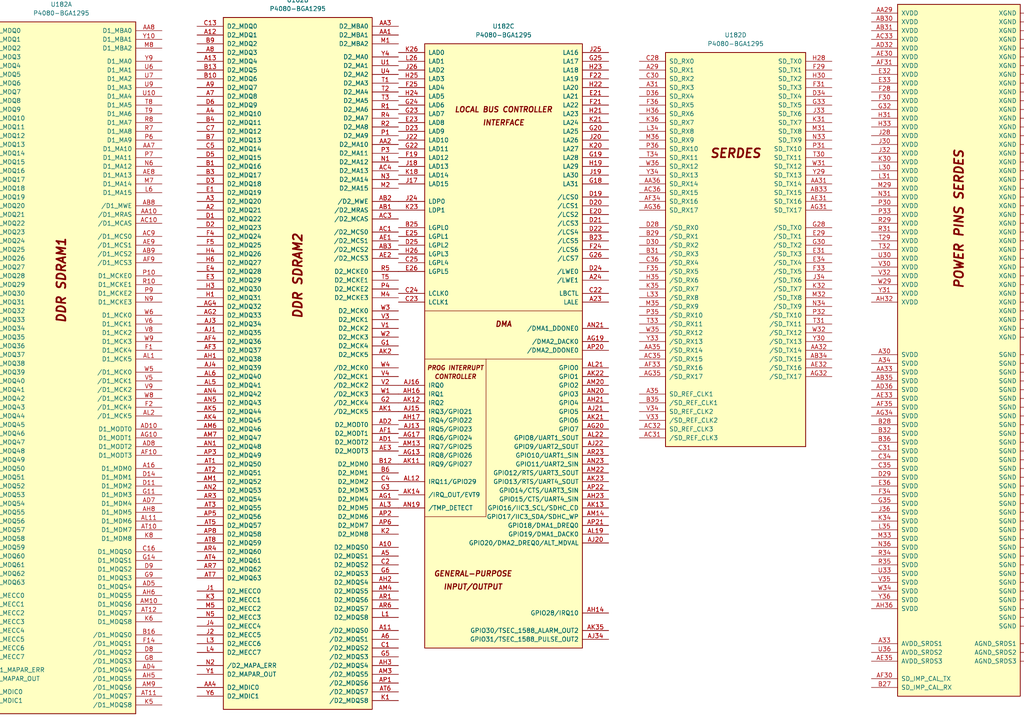
<source format=kicad_sch>
(kicad_sch (version 20250114) (generator "eeschema") (generator_version "9.0")
  (paper "A4")
  (lib_symbols
    (symbol "CPU:P4080-BGA1295" (pin_names (offset 1.016))
      (property "Reference" "U" (at 1.27 19.05 0))
      (property "Value" "P4080-BGA1295" (at 1.27 16.51 0))
      (symbol "P4080-BGA1295_1_1"
        (text "DDR SDRAM1" (at 1.27 26.67 900) (effects (font (size 2.54 2.54) (bold yes) (italic yes))))
        (pin bidirectional line (at -27.94 99.06 0) (length 7.62) (name "D1_MDQ0") (number "A17"))
        (pin bidirectional line (at -27.94 96.52 0) (length 7.62) (name "D1_MDQ1") (number "D17"))
        (pin bidirectional line (at -27.94 93.98 0) (length 7.62) (name "D1_MDQ2") (number "C14"))
        (pin bidirectional line (at -27.94 91.44 0) (length 7.62) (name "D1_MDQ3") (number "A14"))
        (pin bidirectional line (at -27.94 88.9 0) (length 7.62) (name "D1_MDQ4") (number "C17"))
        (pin bidirectional line (at -27.94 86.36 0) (length 7.62) (name "D1_MDQ5") (number "B17"))
        (pin bidirectional line (at -27.94 83.82 0) (length 7.62) (name "D1_MDQ6") (number "A15"))
        (pin bidirectional line (at -27.94 81.28 0) (length 7.62) (name "D1_MDQ7") (number "B15"))
        (pin bidirectional line (at -27.94 78.74 0) (length 7.62) (name "D1_MDQ8") (number "D15"))
        (pin bidirectional line (at -27.94 76.2 0) (length 7.62) (name "D1_MDQ9") (number "G15"))
        (pin bidirectional line (at -27.94 73.66 0) (length 7.62) (name "D1_MDQ10") (number "E12"))
        (pin bidirectional line (at -27.94 71.12 0) (length 7.62) (name "D1_MDQ11") (number "G12"))
        (pin bidirectional line (at -27.94 68.58 0) (length 7.62) (name "D1_MDQ12") (number "F16"))
        (pin bidirectional line (at -27.94 66.04 0) (length 7.62) (name "D1_MDQ13") (number "E15"))
        (pin bidirectional line (at -27.94 63.5 0) (length 7.62) (name "D1_MDQ14") (number "E13"))
        (pin bidirectional line (at -27.94 60.96 0) (length 7.62) (name "D1_MDQ15") (number "F13"))
        (pin bidirectional line (at -27.94 58.42 0) (length 7.62) (name "D1_MDQ16") (number "C8"))
        (pin bidirectional line (at -27.94 55.88 0) (length 7.62) (name "D1_MDQ17") (number "D12"))
        (pin bidirectional line (at -27.94 53.34 0) (length 7.62) (name "D1_MDQ18") (number "E9"))
        (pin bidirectional line (at -27.94 50.8 0) (length 7.62) (name "D1_MDQ19") (number "E10"))
        (pin bidirectional line (at -27.94 48.26 0) (length 7.62) (name "D1_MDQ20") (number "C11"))
        (pin bidirectional line (at -27.94 45.72 0) (length 7.62) (name "D1_MDQ21") (number "C10"))
        (pin bidirectional line (at -27.94 43.18 0) (length 7.62) (name "D1_MDQ22") (number "E6"))
        (pin bidirectional line (at -27.94 40.64 0) (length 7.62) (name "D1_MDQ23") (number "E7"))
        (pin bidirectional line (at -27.94 38.1 0) (length 7.62) (name "D1_MDQ24") (number "F7"))
        (pin bidirectional line (at -27.94 35.56 0) (length 7.62) (name "D1_MDQ25") (number "F11"))
        (pin bidirectional line (at -27.94 33.02 0) (length 7.62) (name "D1_MDQ26") (number "H10"))
        (pin bidirectional line (at -27.94 30.48 0) (length 7.62) (name "D1_MDQ27") (number "J10"))
        (pin bidirectional line (at -27.94 27.94 0) (length 7.62) (name "D1_MDQ28") (number "F10"))
        (pin bidirectional line (at -27.94 25.4 0) (length 7.62) (name "D1_MDQ29") (number "F8"))
        (pin bidirectional line (at -27.94 22.86 0) (length 7.62) (name "D1_MDQ30") (number "H7"))
        (pin bidirectional line (at -27.94 20.32 0) (length 7.62) (name "D1_MDQ31") (number "H9"))
        (pin bidirectional line (at -27.94 17.78 0) (length 7.62) (name "D1_MDQ32") (number "AC7"))
        (pin bidirectional line (at -27.94 15.24 0) (length 7.62) (name "D1_MDQ33") (number "AC6"))
        (pin bidirectional line (at -27.94 12.7 0) (length 7.62) (name "D1_MDQ34") (number "AF6"))
        (pin bidirectional line (at -27.94 10.16 0) (length 7.62) (name "D1_MDQ35") (number "AF7"))
        (pin bidirectional line (at -27.94 7.62 0) (length 7.62) (name "D1_MDQ36") (number "AB5"))
        (pin bidirectional line (at -27.94 5.08 0) (length 7.62) (name "D1_MDQ37") (number "AB6"))
        (pin bidirectional line (at -27.94 2.54 0) (length 7.62) (name "D1_MDQ38") (number "AE5"))
        (pin bidirectional line (at -27.94 0 0) (length 7.62) (name "D1_MDQ39") (number "AE6"))
        (pin bidirectional line (at -27.94 -2.54 0) (length 7.62) (name "D1_MDQ40") (number "AG5"))
        (pin bidirectional line (at -27.94 -5.08 0) (length 7.62) (name "D1_MDQ41") (number "AH9"))
        (pin bidirectional line (at -27.94 -7.62 0) (length 7.62) (name "D1_MDQ42") (number "AJ9"))
        (pin bidirectional line (at -27.94 -10.16 0) (length 7.62) (name "D1_MDQ43") (number "AJ10"))
        (pin bidirectional line (at -27.94 -12.7 0) (length 7.62) (name "D1_MDQ44") (number "AG8"))
        (pin bidirectional line (at -27.94 -15.24 0) (length 7.62) (name "D1_MDQ45") (number "AG7"))
        (pin bidirectional line (at -27.94 -17.78 0) (length 7.62) (name "D1_MDQ46") (number "AJ6"))
        (pin bidirectional line (at -27.94 -20.32 0) (length 7.62) (name "D1_MDQ47") (number "AJ7"))
        (pin bidirectional line (at -27.94 -22.86 0) (length 7.62) (name "D1_MDQ48") (number "AL9"))
        (pin bidirectional line (at -27.94 -25.4 0) (length 7.62) (name "D1_MDQ49") (number "AL8"))
        (pin bidirectional line (at -27.94 -27.94 0) (length 7.62) (name "D1_MDQ50") (number "AN10"))
        (pin bidirectional line (at -27.94 -30.48 0) (length 7.62) (name "D1_MDQ51") (number "AN11"))
        (pin bidirectional line (at -27.94 -33.02 0) (length 7.62) (name "D1_MDQ52") (number "AK8"))
        (pin bidirectional line (at -27.94 -35.56 0) (length 7.62) (name "D1_MDQ53") (number "AK7"))
        (pin bidirectional line (at -27.94 -38.1 0) (length 7.62) (name "D1_MDQ54") (number "AN7"))
        (pin bidirectional line (at -27.94 -40.64 0) (length 7.62) (name "D1_MDQ55") (number "AN8"))
        (pin bidirectional line (at -27.94 -43.18 0) (length 7.62) (name "D1_MDQ56") (number "AT9"))
        (pin bidirectional line (at -27.94 -45.72 0) (length 7.62) (name "D1_MDQ57") (number "AR10"))
        (pin bidirectional line (at -27.94 -48.26 0) (length 7.62) (name "D1_MDQ58") (number "AT13"))
        (pin bidirectional line (at -27.94 -50.8 0) (length 7.62) (name "D1_MDQ59") (number "AR13"))
        (pin bidirectional line (at -27.94 -53.34 0) (length 7.62) (name "D1_MDQ60") (number "AP9"))
        (pin bidirectional line (at -27.94 -55.88 0) (length 7.62) (name "D1_MDQ61") (number "AR9"))
        (pin bidirectional line (at -27.94 -58.42 0) (length 7.62) (name "D1_MDQ62") (number "AR12"))
        (pin bidirectional line (at -27.94 -60.96 0) (length 7.62) (name "D1_MDQ63") (number "AP12"))
        (pin bidirectional line (at -27.94 -64.77 0) (length 7.62) (name "D1_MECC0") (number "K9"))
        (pin bidirectional line (at -27.94 -67.31 0) (length 7.62) (name "D1_MECC1") (number "J5"))
        (pin bidirectional line (at -27.94 -69.85 0) (length 7.62) (name "D1_MECC2") (number "L10"))
        (pin bidirectional line (at -27.94 -72.39 0) (length 7.62) (name "D1_MECC3") (number "M10"))
        (pin bidirectional line (at -27.94 -74.93 0) (length 7.62) (name "D1_MECC4") (number "J8"))
        (pin bidirectional line (at -27.94 -77.47 0) (length 7.62) (name "D1_MECC5") (number "J7"))
        (pin bidirectional line (at -27.94 -80.01 0) (length 7.62) (name "D1_MECC6") (number "L7"))
        (pin bidirectional line (at -27.94 -82.55 0) (length 7.62) (name "D1_MECC7") (number "L9"))
        (pin input line (at -27.94 -86.36 0) (length 7.62) (name "/D1_MAPAR_ERR") (number "N8"))
        (pin output line (at -27.94 -88.9 0) (length 7.62) (name "D1_MAPAR_OUT") (number "Y7"))
        (pin bidirectional line (at -27.94 -92.71 0) (length 7.62) (name "D1_MDIC0") (number "T6"))
        (pin bidirectional line (at -27.94 -95.25 0) (length 7.62) (name "D1_MDIC1") (number "AA5"))
        (pin output line (at 30.48 99.06 180) (length 7.62) (name "D1_MBA0") (number "AA8"))
        (pin output line (at 30.48 96.52 180) (length 7.62) (name "D1_MBA1") (number "Y10"))
        (pin output line (at 30.48 93.98 180) (length 7.62) (name "D1_MBA2") (number "M8"))
        (pin output line (at 30.48 90.17 180) (length 7.62) (name "D1_MA0") (number "Y9"))
        (pin output line (at 30.48 87.63 180) (length 7.62) (name "D1_MA1") (number "U6"))
        (pin output line (at 30.48 85.09 180) (length 7.62) (name "D1_MA2") (number "U7"))
        (pin output line (at 30.48 82.55 180) (length 7.62) (name "D1_MA3") (number "U9"))
        (pin output line (at 30.48 80.01 180) (length 7.62) (name "D1_MA4") (number "U10"))
        (pin output line (at 30.48 77.47 180) (length 7.62) (name "D1_MA5") (number "T8"))
        (pin output line (at 30.48 74.93 180) (length 7.62) (name "D1_MA6") (number "T9"))
        (pin output line (at 30.48 72.39 180) (length 7.62) (name "D1_MA7") (number "R8"))
        (pin output line (at 30.48 69.85 180) (length 7.62) (name "D1_MA8") (number "R7"))
        (pin output line (at 30.48 67.31 180) (length 7.62) (name "D1_MA9") (number "P6"))
        (pin output line (at 30.48 64.77 180) (length 7.62) (name "D1_MA10") (number "AA7"))
        (pin output line (at 30.48 62.23 180) (length 7.62) (name "D1_MA11") (number "P7"))
        (pin output line (at 30.48 59.69 180) (length 7.62) (name "D1_MA12") (number "N6"))
        (pin output line (at 30.48 57.15 180) (length 7.62) (name "D1_MA13") (number "AE8"))
        (pin output line (at 30.48 54.61 180) (length 7.62) (name "D1_MA14") (number "M7"))
        (pin output line (at 30.48 52.07 180) (length 7.62) (name "D1_MA15") (number "L6"))
        (pin output line (at 30.48 48.26 180) (length 7.62) (name "/D1_MWE") (number "AB8"))
        (pin output line (at 30.48 45.72 180) (length 7.62) (name "/D1_MRAS") (number "AA10"))
        (pin output line (at 30.48 43.18 180) (length 7.62) (name "/D1_MCAS") (number "AC10"))
        (pin output line (at 30.48 39.37 180) (length 7.62) (name "/D1_MCS0") (number "AC9"))
        (pin output line (at 30.48 36.83 180) (length 7.62) (name "/D1_MCS1") (number "AE9"))
        (pin output line (at 30.48 34.29 180) (length 7.62) (name "/D1_MCS2") (number "AB9"))
        (pin output line (at 30.48 31.75 180) (length 7.62) (name "/D1_MCS3") (number "AF9"))
        (pin output line (at 30.48 27.94 180) (length 7.62) (name "D1_MCKE0") (number "P10"))
        (pin output line (at 30.48 25.4 180) (length 7.62) (name "D1_MCKE1") (number "R10"))
        (pin output line (at 30.48 22.86 180) (length 7.62) (name "D1_MCKE2") (number "P9"))
        (pin output line (at 30.48 20.32 180) (length 7.62) (name "D1_MCKE3") (number "N9"))
        (pin output line (at 30.48 16.51 180) (length 7.62) (name "D1_MCK0") (number "W6"))
        (pin output line (at 30.48 13.97 180) (length 7.62) (name "D1_MCK1") (number "V6"))
        (pin output line (at 30.48 11.43 180) (length 7.62) (name "D1_MCK2") (number "V8"))
        (pin output line (at 30.48 8.89 180) (length 7.62) (name "D1_MCK3") (number "W9"))
        (pin output line (at 30.48 6.35 180) (length 7.62) (name "D1_MCK4") (number "F1"))
        (pin output line (at 30.48 3.81 180) (length 7.62) (name "D1_MCK5") (number "AL1"))
        (pin output line (at 30.48 0 180) (length 7.62) (name "/D1_MCK0") (number "W5"))
        (pin output line (at 30.48 -2.54 180) (length 7.62) (name "/D1_MCK1") (number "V5"))
        (pin output line (at 30.48 -5.08 180) (length 7.62) (name "/D1_MCK2") (number "V9"))
        (pin output line (at 30.48 -7.62 180) (length 7.62) (name "/D1_MCK3") (number "W8"))
        (pin output line (at 30.48 -10.16 180) (length 7.62) (name "/D1_MCK4") (number "F2"))
        (pin output line (at 30.48 -12.7 180) (length 7.62) (name "/D1_MCK5") (number "AL2"))
        (pin output line (at 30.48 -16.51 180) (length 7.62) (name "D1_MODT0") (number "AD10"))
        (pin output line (at 30.48 -19.05 180) (length 7.62) (name "D1_MODT1") (number "AG10"))
        (pin output line (at 30.48 -21.59 180) (length 7.62) (name "D1_MODT2") (number "AD8"))
        (pin output line (at 30.48 -24.13 180) (length 7.62) (name "D1_MODT3") (number "AF10"))
        (pin output line (at 30.48 -27.94 180) (length 7.62) (name "D1_MDM0") (number "A16"))
        (pin output line (at 30.48 -30.48 180) (length 7.62) (name "D1_MDM1") (number "D14"))
        (pin output line (at 30.48 -33.02 180) (length 7.62) (name "D1_MDM2") (number "D11"))
        (pin output line (at 30.48 -35.56 180) (length 7.62) (name "D1_MDM3") (number "G11"))
        (pin output line (at 30.48 -38.1 180) (length 7.62) (name "D1_MDM4") (number "AD7"))
        (pin output line (at 30.48 -40.64 180) (length 7.62) (name "D1_MDM5") (number "AH8"))
        (pin output line (at 30.48 -43.18 180) (length 7.62) (name "D1_MDM6") (number "AL11"))
        (pin output line (at 30.48 -45.72 180) (length 7.62) (name "D1_MDM7") (number "AT10"))
        (pin output line (at 30.48 -48.26 180) (length 7.62) (name "D1_MDM8") (number "K8"))
        (pin bidirectional line (at 30.48 -52.07 180) (length 7.62) (name "D1_MDQS0") (number "C16"))
        (pin bidirectional line (at 30.48 -54.61 180) (length 7.62) (name "D1_MDQS1") (number "G14"))
        (pin bidirectional line (at 30.48 -57.15 180) (length 7.62) (name "D1_MDQS2") (number "D9"))
        (pin bidirectional line (at 30.48 -59.69 180) (length 7.62) (name "D1_MDQS3") (number "G9"))
        (pin bidirectional line (at 30.48 -62.23 180) (length 7.62) (name "D1_MDQS4") (number "AD5"))
        (pin bidirectional line (at 30.48 -64.77 180) (length 7.62) (name "D1_MDQS5") (number "AH6"))
        (pin bidirectional line (at 30.48 -67.31 180) (length 7.62) (name "D1_MDQS6") (number "AM10"))
        (pin bidirectional line (at 30.48 -69.85 180) (length 7.62) (name "D1_MDQS7") (number "AT12"))
        (pin bidirectional line (at 30.48 -72.39 180) (length 7.62) (name "D1_MDQS8") (number "K6"))
        (pin bidirectional line (at 30.48 -76.2 180) (length 7.62) (name "/D1_MDQS0") (number "B16"))
        (pin bidirectional line (at 30.48 -78.74 180) (length 7.62) (name "/D1_MDQS1") (number "F14"))
        (pin bidirectional line (at 30.48 -81.28 180) (length 7.62) (name "/D1_MDQS2") (number "D8"))
        (pin bidirectional line (at 30.48 -83.82 180) (length 7.62) (name "/D1_MDQS3") (number "G8"))
        (pin bidirectional line (at 30.48 -86.36 180) (length 7.62) (name "/D1_MDQS4") (number "AD4"))
        (pin bidirectional line (at 30.48 -88.9 180) (length 7.62) (name "/D1_MDQS5") (number "AH5"))
        (pin bidirectional line (at 30.48 -91.44 180) (length 7.62) (name "/D1_MDQS6") (number "AM9"))
        (pin bidirectional line (at 30.48 -93.98 180) (length 7.62) (name "/D1_MDQS7") (number "AT11"))
        (pin bidirectional line (at 30.48 -96.52 180) (length 7.62) (name "/D1_MDQS8") (number "K5"))
      )
      (symbol "P4080-BGA1295_2_1"
        (text "DDR SDRAM2" (at 1.27 26.67 900) (effects (font (size 2.54 2.54) (bold yes) (italic yes))))
        (pin bidirectional line (at -27.94 99.06 0) (length 7.62) (name "D2_MDQ0") (number "C13"))
        (pin bidirectional line (at -27.94 96.52 0) (length 7.62) (name "D2_MDQ1") (number "A12"))
        (pin bidirectional line (at -27.94 93.98 0) (length 7.62) (name "D2_MDQ2") (number "B9"))
        (pin bidirectional line (at -27.94 91.44 0) (length 7.62) (name "D2_MDQ3") (number "A8"))
        (pin bidirectional line (at -27.94 88.9 0) (length 7.62) (name "D2_MDQ4") (number "A13"))
        (pin bidirectional line (at -27.94 86.36 0) (length 7.62) (name "D2_MDQ5") (number "B13"))
        (pin bidirectional line (at -27.94 83.82 0) (length 7.62) (name "D2_MDQ6") (number "B10"))
        (pin bidirectional line (at -27.94 81.28 0) (length 7.62) (name "D2_MDQ7") (number "A9"))
        (pin bidirectional line (at -27.94 78.74 0) (length 7.62) (name "D2_MDQ8") (number "A7"))
        (pin bidirectional line (at -27.94 76.2 0) (length 7.62) (name "D2_MDQ9") (number "D6"))
        (pin bidirectional line (at -27.94 73.66 0) (length 7.62) (name "D2_MDQ10") (number "A4"))
        (pin bidirectional line (at -27.94 71.12 0) (length 7.62) (name "D2_MDQ11") (number "B4"))
        (pin bidirectional line (at -27.94 68.58 0) (length 7.62) (name "D2_MDQ12") (number "C7"))
        (pin bidirectional line (at -27.94 66.04 0) (length 7.62) (name "D2_MDQ13") (number "B7"))
        (pin bidirectional line (at -27.94 63.5 0) (length 7.62) (name "D2_MDQ14") (number "C5"))
        (pin bidirectional line (at -27.94 60.96 0) (length 7.62) (name "D2_MDQ15") (number "D5"))
        (pin bidirectional line (at -27.94 58.42 0) (length 7.62) (name "D2_MDQ16") (number "B1"))
        (pin bidirectional line (at -27.94 55.88 0) (length 7.62) (name "D2_MDQ17") (number "B3"))
        (pin bidirectional line (at -27.94 53.34 0) (length 7.62) (name "D2_MDQ18") (number "D3"))
        (pin bidirectional line (at -27.94 50.8 0) (length 7.62) (name "D2_MDQ19") (number "E1"))
        (pin bidirectional line (at -27.94 48.26 0) (length 7.62) (name "D2_MDQ20") (number "A3"))
        (pin bidirectional line (at -27.94 45.72 0) (length 7.62) (name "D2_MDQ21") (number "A2"))
        (pin bidirectional line (at -27.94 43.18 0) (length 7.62) (name "D2_MDQ22") (number "D1"))
        (pin bidirectional line (at -27.94 40.64 0) (length 7.62) (name "D2_MDQ23") (number "D2"))
        (pin bidirectional line (at -27.94 38.1 0) (length 7.62) (name "D2_MDQ24") (number "F4"))
        (pin bidirectional line (at -27.94 35.56 0) (length 7.62) (name "D2_MDQ25") (number "F5"))
        (pin bidirectional line (at -27.94 33.02 0) (length 7.62) (name "D2_MDQ26") (number "H4"))
        (pin bidirectional line (at -27.94 30.48 0) (length 7.62) (name "D2_MDQ27") (number "H6"))
        (pin bidirectional line (at -27.94 27.94 0) (length 7.62) (name "D2_MDQ28") (number "E4"))
        (pin bidirectional line (at -27.94 25.4 0) (length 7.62) (name "D2_MDQ29") (number "E3"))
        (pin bidirectional line (at -27.94 22.86 0) (length 7.62) (name "D2_MDQ30") (number "H3"))
        (pin bidirectional line (at -27.94 20.32 0) (length 7.62) (name "D2_MDQ31") (number "H1"))
        (pin bidirectional line (at -27.94 17.78 0) (length 7.62) (name "D2_MDQ32") (number "AG4"))
        (pin bidirectional line (at -27.94 15.24 0) (length 7.62) (name "D2_MDQ33") (number "AG2"))
        (pin bidirectional line (at -27.94 12.7 0) (length 7.62) (name "D2_MDQ34") (number "AJ3"))
        (pin bidirectional line (at -27.94 10.16 0) (length 7.62) (name "D2_MDQ35") (number "AJ1"))
        (pin bidirectional line (at -27.94 7.62 0) (length 7.62) (name "D2_MDQ36") (number "AF4"))
        (pin bidirectional line (at -27.94 5.08 0) (length 7.62) (name "D2_MDQ37") (number "AF3"))
        (pin bidirectional line (at -27.94 2.54 0) (length 7.62) (name "D2_MDQ38") (number "AH1"))
        (pin bidirectional line (at -27.94 0 0) (length 7.62) (name "D2_MDQ39") (number "AJ4"))
        (pin bidirectional line (at -27.94 -2.54 0) (length 7.62) (name "D2_MDQ40") (number "AL6"))
        (pin bidirectional line (at -27.94 -5.08 0) (length 7.62) (name "D2_MDQ41") (number "AL5"))
        (pin bidirectional line (at -27.94 -7.62 0) (length 7.62) (name "D2_MDQ42") (number "AN4"))
        (pin bidirectional line (at -27.94 -10.16 0) (length 7.62) (name "D2_MDQ43") (number "AN5"))
        (pin bidirectional line (at -27.94 -12.7 0) (length 7.62) (name "D2_MDQ44") (number "AK5"))
        (pin bidirectional line (at -27.94 -15.24 0) (length 7.62) (name "D2_MDQ45") (number "AK4"))
        (pin bidirectional line (at -27.94 -17.78 0) (length 7.62) (name "D2_MDQ46") (number "AM6"))
        (pin bidirectional line (at -27.94 -20.32 0) (length 7.62) (name "D2_MDQ47") (number "AM7"))
        (pin bidirectional line (at -27.94 -22.86 0) (length 7.62) (name "D2_MDQ48") (number "AN1"))
        (pin bidirectional line (at -27.94 -25.4 0) (length 7.62) (name "D2_MDQ49") (number "AP3"))
        (pin bidirectional line (at -27.94 -27.94 0) (length 7.62) (name "D2_MDQ50") (number "AT1"))
        (pin bidirectional line (at -27.94 -30.48 0) (length 7.62) (name "D2_MDQ51") (number "AT2"))
        (pin bidirectional line (at -27.94 -33.02 0) (length 7.62) (name "D2_MDQ52") (number "AM1"))
        (pin bidirectional line (at -27.94 -35.56 0) (length 7.62) (name "D2_MDQ53") (number "AN2"))
        (pin bidirectional line (at -27.94 -38.1 0) (length 7.62) (name "D2_MDQ54") (number "AR3"))
        (pin bidirectional line (at -27.94 -40.64 0) (length 7.62) (name "D2_MDQ55") (number "AT3"))
        (pin bidirectional line (at -27.94 -43.18 0) (length 7.62) (name "D2_MDQ56") (number "AP5"))
        (pin bidirectional line (at -27.94 -45.72 0) (length 7.62) (name "D2_MDQ57") (number "AT5"))
        (pin bidirectional line (at -27.94 -48.26 0) (length 7.62) (name "D2_MDQ58") (number "AP8"))
        (pin bidirectional line (at -27.94 -50.8 0) (length 7.62) (name "D2_MDQ59") (number "AT8"))
        (pin bidirectional line (at -27.94 -53.34 0) (length 7.62) (name "D2_MDQ60") (number "AR4"))
        (pin bidirectional line (at -27.94 -55.88 0) (length 7.62) (name "D2_MDQ61") (number "AT4"))
        (pin bidirectional line (at -27.94 -58.42 0) (length 7.62) (name "D2_MDQ62") (number "AR7"))
        (pin bidirectional line (at -27.94 -60.96 0) (length 7.62) (name "D2_MDQ63") (number "AT7"))
        (pin bidirectional line (at -27.94 -64.77 0) (length 7.62) (name "D2_MECC0") (number "J1"))
        (pin bidirectional line (at -27.94 -67.31 0) (length 7.62) (name "D2_MECC1") (number "K3"))
        (pin bidirectional line (at -27.94 -69.85 0) (length 7.62) (name "D2_MECC2") (number "M5"))
        (pin bidirectional line (at -27.94 -72.39 0) (length 7.62) (name "D2_MECC3") (number "N5"))
        (pin bidirectional line (at -27.94 -74.93 0) (length 7.62) (name "D2_MECC4") (number "J4"))
        (pin bidirectional line (at -27.94 -77.47 0) (length 7.62) (name "D2_MECC5") (number "J2"))
        (pin bidirectional line (at -27.94 -80.01 0) (length 7.62) (name "D2_MECC6") (number "L3"))
        (pin bidirectional line (at -27.94 -82.55 0) (length 7.62) (name "D2_MECC7") (number "L4"))
        (pin input line (at -27.94 -86.36 0) (length 7.62) (name "/D2_MAPA_ERR") (number "N2"))
        (pin output line (at -27.94 -88.9 0) (length 7.62) (name "D2_MAPAR_OUT") (number "Y1"))
        (pin bidirectional line (at -27.94 -92.71 0) (length 7.62) (name "D2_MDIC0") (number "AA4"))
        (pin bidirectional line (at -27.94 -95.25 0) (length 7.62) (name "D2_MDIC1") (number "Y6"))
        (pin output line (at 30.48 99.06 180) (length 7.62) (name "D2_MBA0") (number "AA3"))
        (pin output line (at 30.48 96.52 180) (length 7.62) (name "D2_MBA1") (number "AA1"))
        (pin output line (at 30.48 93.98 180) (length 7.62) (name "D2_MBA2") (number "M1"))
        (pin output line (at 30.48 90.17 180) (length 7.62) (name "D2_MA0") (number "Y4"))
        (pin output line (at 30.48 87.63 180) (length 7.62) (name "D2_MA1") (number "U1"))
        (pin output line (at 30.48 85.09 180) (length 7.62) (name "D2_MA2") (number "U4"))
        (pin output line (at 30.48 82.55 180) (length 7.62) (name "D2_MA3") (number "T1"))
        (pin output line (at 30.48 80.01 180) (length 7.62) (name "D2_MA4") (number "T2"))
        (pin output line (at 30.48 77.47 180) (length 7.62) (name "D2_MA5") (number "T3"))
        (pin output line (at 30.48 74.93 180) (length 7.62) (name "D2_MA6") (number "R1"))
        (pin output line (at 30.48 72.39 180) (length 7.62) (name "D2_MA7") (number "R4"))
        (pin output line (at 30.48 69.85 180) (length 7.62) (name "D2_MA8") (number "R2"))
        (pin output line (at 30.48 67.31 180) (length 7.62) (name "D2_MA9") (number "P1"))
        (pin output line (at 30.48 64.77 180) (length 7.62) (name "D2_MA10") (number "AA2"))
        (pin output line (at 30.48 62.23 180) (length 7.62) (name "D2_MA11") (number "P3"))
        (pin output line (at 30.48 59.69 180) (length 7.62) (name "D2_MA12") (number "N1"))
        (pin output line (at 30.48 57.15 180) (length 7.62) (name "D2_MA13") (number "AC4"))
        (pin output line (at 30.48 54.61 180) (length 7.62) (name "D2_MA14") (number "N3"))
        (pin output line (at 30.48 52.07 180) (length 7.62) (name "D2_MA15") (number "M2"))
        (pin output line (at 30.48 48.26 180) (length 7.62) (name "/D2_MWE") (number "AB2"))
        (pin output line (at 30.48 45.72 180) (length 7.62) (name "/D2_MRAS") (number "AB1"))
        (pin output line (at 30.48 43.18 180) (length 7.62) (name "/D2_MCAS") (number "AC3"))
        (pin output line (at 30.48 39.37 180) (length 7.62) (name "/D2_MCS0") (number "AC1"))
        (pin output line (at 30.48 36.83 180) (length 7.62) (name "/D2_MCS1") (number "AE1"))
        (pin output line (at 30.48 34.29 180) (length 7.62) (name "/D2_MCS2") (number "AB3"))
        (pin output line (at 30.48 31.75 180) (length 7.62) (name "/D2_MCS3") (number "AE2"))
        (pin output line (at 30.48 27.94 180) (length 7.62) (name "D2_MCKE0") (number "R5"))
        (pin output line (at 30.48 25.4 180) (length 7.62) (name "D2_MCKE1") (number "T5"))
        (pin output line (at 30.48 22.86 180) (length 7.62) (name "D2_MCKE2") (number "P4"))
        (pin output line (at 30.48 20.32 180) (length 7.62) (name "D2_MCKE3") (number "M4"))
        (pin output line (at 30.48 16.51 180) (length 7.62) (name "D2_MCK0") (number "W3"))
        (pin output line (at 30.48 13.97 180) (length 7.62) (name "D2_MCK1") (number "V3"))
        (pin output line (at 30.48 11.43 180) (length 7.62) (name "D2_MCK2") (number "V1"))
        (pin output line (at 30.48 8.89 180) (length 7.62) (name "D2_MCK3") (number "W2"))
        (pin output line (at 30.48 6.35 180) (length 7.62) (name "D2_MCK4") (number "G1"))
        (pin output line (at 30.48 3.81 180) (length 7.62) (name "D2_MCK5") (number "AK2"))
        (pin output line (at 30.48 0 180) (length 7.62) (name "/D2_MCK0") (number "W4"))
        (pin output line (at 30.48 -2.54 180) (length 7.62) (name "/D2_MCK1") (number "V4"))
        (pin output line (at 30.48 -5.08 180) (length 7.62) (name "/D2_MCK2") (number "V2"))
        (pin output line (at 30.48 -7.62 180) (length 7.62) (name "/D2_MCK3") (number "W1"))
        (pin output line (at 30.48 -10.16 180) (length 7.62) (name "/D2_MCK4") (number "G2"))
        (pin output line (at 30.48 -12.7 180) (length 7.62) (name "/D2_MCK5") (number "AK1"))
        (pin output line (at 30.48 -16.51 180) (length 7.62) (name "D2_MODT0") (number "AD2"))
        (pin output line (at 30.48 -19.05 180) (length 7.62) (name "D2_MODT1") (number "AF1"))
        (pin output line (at 30.48 -21.59 180) (length 7.62) (name "D2_MODT2") (number "AD1"))
        (pin output line (at 30.48 -24.13 180) (length 7.62) (name "D2_MODT3") (number "AE3"))
        (pin output line (at 30.48 -27.94 180) (length 7.62) (name "D2_MDM0") (number "B12"))
        (pin output line (at 30.48 -30.48 180) (length 7.62) (name "D2_MDM1") (number "B6"))
        (pin output line (at 30.48 -33.02 180) (length 7.62) (name "D2_MDM2") (number "C4"))
        (pin output line (at 30.48 -35.56 180) (length 7.62) (name "D2_MDM3") (number "G3"))
        (pin output line (at 30.48 -38.1 180) (length 7.62) (name "D2_MDM4") (number "AG1"))
        (pin output line (at 30.48 -40.64 180) (length 7.62) (name "D2_MDM5") (number "AL3"))
        (pin output line (at 30.48 -43.18 180) (length 7.62) (name "D2_MDM6") (number "AP2"))
        (pin output line (at 30.48 -45.72 180) (length 7.62) (name "D2_MDM7") (number "AP6"))
        (pin output line (at 30.48 -48.26 180) (length 7.62) (name "D2_MDM8") (number "K2"))
        (pin bidirectional line (at 30.48 -52.07 180) (length 7.62) (name "D2_MDQS0") (number "A10"))
        (pin bidirectional line (at 30.48 -54.61 180) (length 7.62) (name "D2_MDQS1") (number "A5"))
        (pin bidirectional line (at 30.48 -57.15 180) (length 7.62) (name "D2_MDQS2") (number "C2"))
        (pin bidirectional line (at 30.48 -59.69 180) (length 7.62) (name "D2_MDQS3") (number "G6"))
        (pin bidirectional line (at 30.48 -62.23 180) (length 7.62) (name "D2_MDQS4") (number "AH2"))
        (pin bidirectional line (at 30.48 -64.77 180) (length 7.62) (name "D2_MDQS5") (number "AM4"))
        (pin bidirectional line (at 30.48 -67.31 180) (length 7.62) (name "D2_MDQS6") (number "AR1"))
        (pin bidirectional line (at 30.48 -69.85 180) (length 7.62) (name "D2_MDQS7") (number "AR6"))
        (pin bidirectional line (at 30.48 -72.39 180) (length 7.62) (name "D2_MDQS8") (number "L1"))
        (pin bidirectional line (at 30.48 -76.2 180) (length 7.62) (name "/D2_MDQS0") (number "A11"))
        (pin bidirectional line (at 30.48 -78.74 180) (length 7.62) (name "/D2_MDQS1") (number "A6"))
        (pin bidirectional line (at 30.48 -81.28 180) (length 7.62) (name "/D2_MDQS2") (number "C1"))
        (pin bidirectional line (at 30.48 -83.82 180) (length 7.62) (name "/D2_MDQS3") (number "G5"))
        (pin bidirectional line (at 30.48 -86.36 180) (length 7.62) (name "/D2_MDQS4") (number "AH3"))
        (pin bidirectional line (at 30.48 -88.9 180) (length 7.62) (name "/D2_MDQS5") (number "AM3"))
        (pin bidirectional line (at 30.48 -91.44 180) (length 7.62) (name "/D2_MDQS6") (number "AP1"))
        (pin bidirectional line (at 30.48 -93.98 180) (length 7.62) (name "/D2_MDQS7") (number "AT6"))
        (pin bidirectional line (at 30.48 -96.52 180) (length 7.62) (name "/D2_MDQS8") (number "K1"))
      )
      (symbol "P4080-BGA1295_3_1"
        (text "PROG INTERRUPT" (at -13.97 -5.08 0) (effects (font (size 1.27 1.27) (bold yes) (italic yes))))
        (text "CONTROLLER" (at -13.97 -7.62 0) (effects (font (size 1.27 1.27) (bold yes) (italic yes))))
        (text "GENERAL-PURPOSE" (at -8.89 -64.77 0) (effects (font (size 1.524 1.524) (bold yes) (italic yes))))
        (text "INPUT/OUTPUT" (at -8.89 -68.58 0) (effects (font (size 1.524 1.524) (bold yes) (italic yes))))
        (text "LOCAL BUS CONTROLLER" (at 0 69.85 0) (effects (font (size 1.524 1.524) (bold yes) (italic yes))))
        (text "INTERFACE" (at 0 66.04 0) (effects (font (size 1.524 1.524) (bold yes) (italic yes))))
        (text "DMA" (at 0 7.62 0) (effects (font (size 1.524 1.524) (bold yes) (italic yes))))
        (pin bidirectional line (at -30.48 86.36 0) (length 7.62) (name "LAD0") (number "K26"))
        (pin bidirectional line (at -30.48 83.82 0) (length 7.62) (name "LAD1") (number "L26"))
        (pin bidirectional line (at -30.48 81.28 0) (length 7.62) (name "LAD2") (number "J26"))
        (pin bidirectional line (at -30.48 78.74 0) (length 7.62) (name "LAD3") (number "H25"))
        (pin bidirectional line (at -30.48 76.2 0) (length 7.62) (name "LAD4") (number "F25"))
        (pin bidirectional line (at -30.48 73.66 0) (length 7.62) (name "LAD5") (number "H24"))
        (pin bidirectional line (at -30.48 71.12 0) (length 7.62) (name "LAD6") (number "G24"))
        (pin bidirectional line (at -30.48 68.58 0) (length 7.62) (name "LAD7") (number "G23"))
        (pin bidirectional line (at -30.48 66.04 0) (length 7.62) (name "LAD8") (number "E23"))
        (pin bidirectional line (at -30.48 63.5 0) (length 7.62) (name "LAD9") (number "D23"))
        (pin bidirectional line (at -30.48 60.96 0) (length 7.62) (name "LAD10") (number "J22"))
        (pin bidirectional line (at -30.48 58.42 0) (length 7.62) (name "LAD11") (number "G22"))
        (pin bidirectional line (at -30.48 55.88 0) (length 7.62) (name "LAD12") (number "F19"))
        (pin bidirectional line (at -30.48 53.34 0) (length 7.62) (name "LAD13") (number "J18"))
        (pin bidirectional line (at -30.48 50.8 0) (length 7.62) (name "LAD14") (number "K18"))
        (pin bidirectional line (at -30.48 48.26 0) (length 7.62) (name "LAD15") (number "J17"))
        (pin bidirectional line (at -30.48 43.18 0) (length 7.62) (name "LDP0") (number "J24"))
        (pin bidirectional line (at -30.48 40.64 0) (length 7.62) (name "LDP1") (number "K23"))
        (pin output line (at -30.48 35.56 0) (length 7.62) (name "LGPL0") (number "B25"))
        (pin output line (at -30.48 33.02 0) (length 7.62) (name "LGPL1") (number "E25"))
        (pin output line (at -30.48 30.48 0) (length 7.62) (name "LGPL2") (number "D25"))
        (pin output line (at -30.48 27.94 0) (length 7.62) (name "LGPL3") (number "H26"))
        (pin bidirectional line (at -30.48 25.4 0) (length 7.62) (name "LGPL4") (number "C25"))
        (pin output line (at -30.48 22.86 0) (length 7.62) (name "LGPL5") (number "E26"))
        (pin output line (at -30.48 16.51 0) (length 7.62) (name "LCLK0") (number "C24"))
        (pin output line (at -30.48 13.97 0) (length 7.62) (name "LCLK1") (number "C23"))
        (pin input line (at -30.48 -10.16 0) (length 7.62) (name "IRQ0") (number "AJ16"))
        (pin input line (at -30.48 -12.7 0) (length 7.62) (name "IRQ1") (number "AH16"))
        (pin input line (at -30.48 -15.24 0) (length 7.62) (name "IRQ2") (number "AK12"))
        (pin input line (at -30.48 -17.78 0) (length 7.62) (name "IRQ3/GPIO21") (number "AJ15"))
        (pin input line (at -30.48 -20.32 0) (length 7.62) (name "IRQ4/GPIO22") (number "AH17"))
        (pin input line (at -30.48 -22.86 0) (length 7.62) (name "IRQ5/GPIO23") (number "AJ13"))
        (pin input line (at -30.48 -25.4 0) (length 7.62) (name "IRQ6/GPIO24") (number "AG17"))
        (pin input line (at -30.48 -27.94 0) (length 7.62) (name "IRQ7/GPIO25") (number "AM13"))
        (pin input line (at -30.48 -30.48 0) (length 7.62) (name "IRQ8/GPIO26") (number "AG13"))
        (pin input line (at -30.48 -33.02 0) (length 7.62) (name "IRQ9/GPIO27") (number "AK11"))
        (pin input line (at -30.48 -38.1 0) (length 7.62) (name "IRQ11/GPIO29") (number "AL12"))
        (pin output line (at -30.48 -41.91 0) (length 7.62) (name "/IRQ_OUT/EVT9") (number "AK14"))
        (pin input line (at -30.48 -45.72 0) (length 7.62) (name "/TMP_DETECT") (number "AN19"))
        (pin output line (at 30.48 86.36 180) (length 7.62) (name "LA16") (number "J25"))
        (pin output line (at 30.48 83.82 180) (length 7.62) (name "LA17") (number "G25"))
        (pin output line (at 30.48 81.28 180) (length 7.62) (name "LA18") (number "H23"))
        (pin output line (at 30.48 78.74 180) (length 7.62) (name "LA19") (number "F22"))
        (pin output line (at 30.48 76.2 180) (length 7.62) (name "LA20") (number "H22"))
        (pin output line (at 30.48 73.66 180) (length 7.62) (name "LA21") (number "E21"))
        (pin output line (at 30.48 71.12 180) (length 7.62) (name "LA22") (number "F21"))
        (pin output line (at 30.48 68.58 180) (length 7.62) (name "LA23") (number "H21"))
        (pin output line (at 30.48 66.04 180) (length 7.62) (name "LA24") (number "K21"))
        (pin output line (at 30.48 63.5 180) (length 7.62) (name "LA25") (number "G20"))
        (pin output line (at 30.48 60.96 180) (length 7.62) (name "LA26") (number "J20"))
        (pin output line (at 30.48 58.42 180) (length 7.62) (name "LA27") (number "K20"))
        (pin output line (at 30.48 55.88 180) (length 7.62) (name "LA28") (number "G19"))
        (pin output line (at 30.48 53.34 180) (length 7.62) (name "LA29") (number "H19"))
        (pin output line (at 30.48 50.8 180) (length 7.62) (name "LA30") (number "J19"))
        (pin output line (at 30.48 48.26 180) (length 7.62) (name "LA31") (number "G18"))
        (pin output line (at 30.48 44.45 180) (length 7.62) (name "/LCS0") (number "D19"))
        (pin output line (at 30.48 41.91 180) (length 7.62) (name "/LCS1") (number "D20"))
        (pin output line (at 30.48 39.37 180) (length 7.62) (name "/LCS2") (number "E20"))
        (pin output line (at 30.48 36.83 180) (length 7.62) (name "/LCS3") (number "D21"))
        (pin output line (at 30.48 34.29 180) (length 7.62) (name "/LCS4") (number "D22"))
        (pin output line (at 30.48 31.75 180) (length 7.62) (name "/LCS5") (number "B23"))
        (pin output line (at 30.48 29.21 180) (length 7.62) (name "/LCS6") (number "F24"))
        (pin output line (at 30.48 26.67 180) (length 7.62) (name "/LCS7") (number "G26"))
        (pin output line (at 30.48 22.86 180) (length 7.62) (name "/LWE0") (number "D24"))
        (pin output line (at 30.48 20.32 180) (length 7.62) (name "/LWE1") (number "A24"))
        (pin output line (at 30.48 16.51 180) (length 7.62) (name "LBCTL") (number "C22"))
        (pin bidirectional line (at 30.48 13.97 180) (length 7.62) (name "LALE") (number "A23"))
        (pin output line (at 30.48 6.35 180) (length 7.62) (name "/DMA1_DDONE0") (number "AN21"))
        (pin output line (at 30.48 2.54 180) (length 7.62) (name "/DMA2_DACK0") (number "AG19"))
        (pin output line (at 30.48 0 180) (length 7.62) (name "/DMA2_DDONE0") (number "AP20"))
        (pin bidirectional line (at 30.48 -5.08 180) (length 7.62) (name "GPIO0") (number "AL21"))
        (pin bidirectional line (at 30.48 -7.62 180) (length 7.62) (name "GPIO1") (number "AK22"))
        (pin bidirectional line (at 30.48 -10.16 180) (length 7.62) (name "GPIO2") (number "AM20"))
        (pin bidirectional line (at 30.48 -12.7 180) (length 7.62) (name "GPIO3") (number "AN20"))
        (pin bidirectional line (at 30.48 -15.24 180) (length 7.62) (name "GPIO4") (number "AH21"))
        (pin bidirectional line (at 30.48 -17.78 180) (length 7.62) (name "GPIO5") (number "AJ21"))
        (pin bidirectional line (at 30.48 -20.32 180) (length 7.62) (name "GPIO6") (number "AK21"))
        (pin bidirectional line (at 30.48 -22.86 180) (length 7.62) (name "GPIO7") (number "AG20"))
        (pin bidirectional line (at 30.48 -25.4 180) (length 7.62) (name "GPIO8/UART1_SOUT") (number "AL22"))
        (pin bidirectional line (at 30.48 -27.94 180) (length 7.62) (name "GPIO9/UART2_SOUT") (number "AJ22"))
        (pin bidirectional line (at 30.48 -30.48 180) (length 7.62) (name "GPIO10/UART1_SIN") (number "AR23"))
        (pin bidirectional line (at 30.48 -33.02 180) (length 7.62) (name "GPIO11/UART2_SIN") (number "AN23"))
        (pin bidirectional line (at 30.48 -35.56 180) (length 7.62) (name "GPIO12/RTS/UART3_SOUT") (number "AM22"))
        (pin bidirectional line (at 30.48 -38.1 180) (length 7.62) (name "GPIO13/RTS/UART4_SOUT") (number "AK23"))
        (pin bidirectional line (at 30.48 -40.64 180) (length 7.62) (name "GPIO14/CTS/UART3_SIN") (number "AP22"))
        (pin bidirectional line (at 30.48 -43.18 180) (length 7.62) (name "GPIO15/CTS/UART4_SIN") (number "AH23"))
        (pin bidirectional line (at 30.48 -45.72 180) (length 7.62) (name "GPIO16/IIC3_SCL/SDHC_CD") (number "AK13"))
        (pin bidirectional line (at 30.48 -48.26 180) (length 7.62) (name "GPIO17/IIC3_SDA/SDHC_WP") (number "AM14"))
        (pin bidirectional line (at 30.48 -50.8 180) (length 7.62) (name "GPIO18/DMA1_DREQ0") (number "AP21"))
        (pin bidirectional line (at 30.48 -53.34 180) (length 7.62) (name "GPIO19/DMA1_DACK0") (number "AL19"))
        (pin bidirectional line (at 30.48 -55.88 180) (length 7.62) (name "GPIO20/DMA2_DREQ0/ALT_MDVAL") (number "AJ20"))
        (pin bidirectional line (at 30.48 -76.2 180) (length 7.62) (name "GPIO28/IRQ10") (number "AH14"))
        (pin bidirectional line (at 30.48 -81.28 180) (length 7.62) (name "GPIO30/TSEC_1588_ALARM_OUT2") (number "AK35"))
        (pin bidirectional line (at 30.48 -83.82 180) (length 7.62) (name "GPIO31/TSEC_1588_PULSE_OUT2") (number "AJ34"))
      )
      (symbol "P4080-BGA1295_4_1"
        (text "SERDES" (at 0 29.21 0) (effects (font (size 2.54 2.54) (bold yes) (italic yes))))
        (pin input line (at -27.94 55.88 0) (length 7.62) (name "SD_RX0") (number "C28"))
        (pin input line (at -27.94 53.34 0) (length 7.62) (name "SD_RX1") (number "A29"))
        (pin input line (at -27.94 50.8 0) (length 7.62) (name "SD_RX2") (number "C30"))
        (pin input line (at -27.94 48.26 0) (length 7.62) (name "SD_RX3") (number "A31"))
        (pin input line (at -27.94 45.72 0) (length 7.62) (name "SD_RX4") (number "D36"))
        (pin input line (at -27.94 43.18 0) (length 7.62) (name "SD_RX5") (number "F36"))
        (pin input line (at -27.94 40.64 0) (length 7.62) (name "SD_RX6") (number "H36"))
        (pin input line (at -27.94 38.1 0) (length 7.62) (name "SD_RX7") (number "K36"))
        (pin input line (at -27.94 35.56 0) (length 7.62) (name "SD_RX8") (number "L34"))
        (pin input line (at -27.94 33.02 0) (length 7.62) (name "SD_RX9") (number "M36"))
        (pin input line (at -27.94 30.48 0) (length 7.62) (name "SD_RX10") (number "P36"))
        (pin input line (at -27.94 27.94 0) (length 7.62) (name "SD_RX11") (number "T34"))
        (pin input line (at -27.94 25.4 0) (length 7.62) (name "SD_RX12") (number "W36"))
        (pin input line (at -27.94 22.86 0) (length 7.62) (name "SD_RX13") (number "Y34"))
        (pin input line (at -27.94 20.32 0) (length 7.62) (name "SD_RX14") (number "AA36"))
        (pin input line (at -27.94 17.78 0) (length 7.62) (name "SD_RX15") (number "AC36"))
        (pin input line (at -27.94 15.24 0) (length 7.62) (name "SD_RX16") (number "AF34"))
        (pin input line (at -27.94 12.7 0) (length 7.62) (name "SD_RX17") (number "AG36"))
        (pin input line (at -27.94 7.62 0) (length 7.62) (name "/SD_RX0") (number "D28"))
        (pin input line (at -27.94 5.08 0) (length 7.62) (name "/SD_RX1") (number "B29"))
        (pin input line (at -27.94 2.54 0) (length 7.62) (name "/SD_RX2") (number "D30"))
        (pin input line (at -27.94 0 0) (length 7.62) (name "/SD_RX3") (number "B31"))
        (pin input line (at -27.94 -2.54 0) (length 7.62) (name "/SD_RX4") (number "C36"))
        (pin input line (at -27.94 -5.08 0) (length 7.62) (name "/SD_RX5") (number "F35"))
        (pin input line (at -27.94 -7.62 0) (length 7.62) (name "/SD_RX6") (number "H35"))
        (pin input line (at -27.94 -10.16 0) (length 7.62) (name "/SD_RX7") (number "K35"))
        (pin input line (at -27.94 -12.7 0) (length 7.62) (name "/SD_RX8") (number "L33"))
        (pin input line (at -27.94 -15.24 0) (length 7.62) (name "/SD_RX9") (number "M35"))
        (pin input line (at -27.94 -17.78 0) (length 7.62) (name "/SD_RX10") (number "P35"))
        (pin input line (at -27.94 -20.32 0) (length 7.62) (name "/SD_RX11") (number "T33"))
        (pin input line (at -27.94 -22.86 0) (length 7.62) (name "/SD_RX12") (number "W35"))
        (pin input line (at -27.94 -25.4 0) (length 7.62) (name "/SD_RX13") (number "Y33"))
        (pin input line (at -27.94 -27.94 0) (length 7.62) (name "/SD_RX14") (number "AA35"))
        (pin input line (at -27.94 -30.48 0) (length 7.62) (name "/SD_RX15") (number "AC35"))
        (pin input line (at -27.94 -33.02 0) (length 7.62) (name "/SD_RX16") (number "AF33"))
        (pin input line (at -27.94 -35.56 0) (length 7.62) (name "/SD_RX17") (number "AG35"))
        (pin input line (at -27.94 -40.64 0) (length 7.62) (name "SD_REF_CLK1") (number "A35"))
        (pin input line (at -27.94 -43.18 0) (length 7.62) (name "/SD_REF_CLK1") (number "B35"))
        (pin input line (at -27.94 -45.72 0) (length 7.62) (name "SD_REF_CLK2") (number "V34"))
        (pin input line (at -27.94 -48.26 0) (length 7.62) (name "/SD_REF_CLK2") (number "V33"))
        (pin input line (at -27.94 -50.8 0) (length 7.62) (name "SD_REF_CLK3") (number "AC32"))
        (pin input line (at -27.94 -53.34 0) (length 7.62) (name "/SD_REF_CLK3") (number "AC31"))
        (pin output line (at 27.94 55.88 180) (length 7.62) (name "SD_TX0") (number "H28"))
        (pin output line (at 27.94 53.34 180) (length 7.62) (name "SD_TX1") (number "F29"))
        (pin output line (at 27.94 50.8 180) (length 7.62) (name "SD_TX2") (number "H30"))
        (pin output line (at 27.94 48.26 180) (length 7.62) (name "SD_TX3") (number "F31"))
        (pin output line (at 27.94 45.72 180) (length 7.62) (name "SD_TX4") (number "D34"))
        (pin output line (at 27.94 43.18 180) (length 7.62) (name "SD_TX5") (number "G33"))
        (pin output line (at 27.94 40.64 180) (length 7.62) (name "SD_TX6") (number "J33"))
        (pin output line (at 27.94 38.1 180) (length 7.62) (name "SD_TX7") (number "K31"))
        (pin output line (at 27.94 35.56 180) (length 7.62) (name "SD_TX8") (number "M31"))
        (pin output line (at 27.94 33.02 180) (length 7.62) (name "SD_TX9") (number "N33"))
        (pin output line (at 27.94 30.48 180) (length 7.62) (name "SD_TX10") (number "P31"))
        (pin output line (at 27.94 27.94 180) (length 7.62) (name "SD_TX11") (number "T30"))
        (pin output line (at 27.94 25.4 180) (length 7.62) (name "SD_TX12") (number "W31"))
        (pin output line (at 27.94 22.86 180) (length 7.62) (name "SD_TX13") (number "Y29"))
        (pin output line (at 27.94 20.32 180) (length 7.62) (name "SD_TX14") (number "AA31"))
        (pin output line (at 27.94 17.78 180) (length 7.62) (name "SD_TX15") (number "AB33"))
        (pin output line (at 27.94 15.24 180) (length 7.62) (name "SD_TX16") (number "AE31"))
        (pin output line (at 27.94 12.7 180) (length 7.62) (name "SD_TX17") (number "AG31"))
        (pin output line (at 27.94 7.62 180) (length 7.62) (name "/SD_TX0") (number "G28"))
        (pin output line (at 27.94 5.08 180) (length 7.62) (name "/SD_TX1") (number "E29"))
        (pin output line (at 27.94 2.54 180) (length 7.62) (name "/SD_TX2") (number "G30"))
        (pin output line (at 27.94 0 180) (length 7.62) (name "/SD_TX3") (number "E31"))
        (pin output line (at 27.94 -2.54 180) (length 7.62) (name "/SD_TX4") (number "E34"))
        (pin output line (at 27.94 -5.08 180) (length 7.62) (name "/SD_TX5") (number "F33"))
        (pin output line (at 27.94 -7.62 180) (length 7.62) (name "/SD_TX6") (number "J34"))
        (pin output line (at 27.94 -10.16 180) (length 7.62) (name "/SD_TX7") (number "K32"))
        (pin output line (at 27.94 -12.7 180) (length 7.62) (name "/SD_TX8") (number "M32"))
        (pin output line (at 27.94 -15.24 180) (length 7.62) (name "/SD_TX9") (number "N34"))
        (pin output line (at 27.94 -17.78 180) (length 7.62) (name "/SD_TX10") (number "P32"))
        (pin output line (at 27.94 -20.32 180) (length 7.62) (name "/SD_TX11") (number "T31"))
        (pin output line (at 27.94 -22.86 180) (length 7.62) (name "/SD_TX12") (number "W32"))
        (pin output line (at 27.94 -25.4 180) (length 7.62) (name "/SD_TX13") (number "Y30"))
        (pin output line (at 27.94 -27.94 180) (length 7.62) (name "/SD_TX14") (number "AA32"))
        (pin output line (at 27.94 -30.48 180) (length 7.62) (name "/SD_TX15") (number "AB34"))
        (pin output line (at 27.94 -33.02 180) (length 7.62) (name "/SD_TX16") (number "AE32"))
        (pin output line (at 27.94 -35.56 180) (length 7.62) (name "/SD_TX17") (number "AG32"))
      )
      (symbol "P4080-BGA1295_5_1"
        (text "POWER PINS SERDES" (at 0 39.37 900) (effects (font (size 2.54 2.54) (bold yes) (italic yes))))
        (pin power_in line (at -25.4 99.06 0) (length 7.62) (name "XVDD") (number "AA29"))
        (pin power_in line (at -25.4 96.52 0) (length 7.62) (name "XVDD") (number "AB30"))
        (pin power_in line (at -25.4 93.98 0) (length 7.62) (name "XVDD") (number "AB31"))
        (pin power_in line (at -25.4 91.44 0) (length 7.62) (name "XVDD") (number "AC33"))
        (pin power_in line (at -25.4 88.9 0) (length 7.62) (name "XVDD") (number "AD32"))
        (pin power_in line (at -25.4 86.36 0) (length 7.62) (name "XVDD") (number "AE30"))
        (pin power_in line (at -25.4 83.82 0) (length 7.62) (name "XVDD") (number "AF31"))
        (pin power_in line (at -25.4 81.28 0) (length 7.62) (name "XVDD") (number "E32"))
        (pin power_in line (at -25.4 78.74 0) (length 7.62) (name "XVDD") (number "E33"))
        (pin power_in line (at -25.4 76.2 0) (length 7.62) (name "XVDD") (number "F28"))
        (pin power_in line (at -25.4 73.66 0) (length 7.62) (name "XVDD") (number "F30"))
        (pin power_in line (at -25.4 71.12 0) (length 7.62) (name "XVDD") (number "G32"))
        (pin power_in line (at -25.4 68.58 0) (length 7.62) (name "XVDD") (number "H31"))
        (pin power_in line (at -25.4 66.04 0) (length 7.62) (name "XVDD") (number "H33"))
        (pin power_in line (at -25.4 63.5 0) (length 7.62) (name "XVDD") (number "J28"))
        (pin power_in line (at -25.4 60.96 0) (length 7.62) (name "XVDD") (number "J30"))
        (pin power_in line (at -25.4 58.42 0) (length 7.62) (name "XVDD") (number "J32"))
        (pin power_in line (at -25.4 55.88 0) (length 7.62) (name "XVDD") (number "K30"))
        (pin power_in line (at -25.4 53.34 0) (length 7.62) (name "XVDD") (number "L30"))
        (pin power_in line (at -25.4 50.8 0) (length 7.62) (name "XVDD") (number "L31"))
        (pin power_in line (at -25.4 48.26 0) (length 7.62) (name "XVDD") (number "M29"))
        (pin power_in line (at -25.4 45.72 0) (length 7.62) (name "XVDD") (number "N31"))
        (pin power_in line (at -25.4 43.18 0) (length 7.62) (name "XVDD") (number "P30"))
        (pin power_in line (at -25.4 40.64 0) (length 7.62) (name "XVDD") (number "P33"))
        (pin power_in line (at -25.4 38.1 0) (length 7.62) (name "XVDD") (number "R29"))
        (pin power_in line (at -25.4 35.56 0) (length 7.62) (name "XVDD") (number "R31"))
        (pin power_in line (at -25.4 33.02 0) (length 7.62) (name "XVDD") (number "T29"))
        (pin power_in line (at -25.4 30.48 0) (length 7.62) (name "XVDD") (number "T32"))
        (pin power_in line (at -25.4 27.94 0) (length 7.62) (name "XVDD") (number "U30"))
        (pin power_in line (at -25.4 25.4 0) (length 7.62) (name "XVDD") (number "V30"))
        (pin power_in line (at -25.4 22.86 0) (length 7.62) (name "XVDD") (number "V32"))
        (pin power_in line (at -25.4 20.32 0) (length 7.62) (name "XVDD") (number "W29"))
        (pin power_in line (at -25.4 17.78 0) (length 7.62) (name "XVDD") (number "Y31"))
        (pin power_in line (at -25.4 15.24 0) (length 7.62) (name "XVDD") (number "AH32"))
        (pin power_in line (at -25.4 0 0) (length 7.62) (name "SVDD") (number "A30"))
        (pin power_in line (at -25.4 -2.54 0) (length 7.62) (name "SVDD") (number "A34"))
        (pin power_in line (at -25.4 -5.08 0) (length 7.62) (name "SVDD") (number "AA33"))
        (pin power_in line (at -25.4 -7.62 0) (length 7.62) (name "SVDD") (number "AB35"))
        (pin power_in line (at -25.4 -10.16 0) (length 7.62) (name "SVDD") (number "AD36"))
        (pin power_in line (at -25.4 -12.7 0) (length 7.62) (name "SVDD") (number "AE33"))
        (pin power_in line (at -25.4 -15.24 0) (length 7.62) (name "SVDD") (number "AF35"))
        (pin power_in line (at -25.4 -17.78 0) (length 7.62) (name "SVDD") (number "AG34"))
        (pin power_in line (at -25.4 -20.32 0) (length 7.62) (name "SVDD") (number "B28"))
        (pin power_in line (at -25.4 -22.86 0) (length 7.62) (name "SVDD") (number "B32"))
        (pin power_in line (at -25.4 -25.4 0) (length 7.62) (name "SVDD") (number "B36"))
        (pin power_in line (at -25.4 -27.94 0) (length 7.62) (name "SVDD") (number "C31"))
        (pin power_in line (at -25.4 -30.48 0) (length 7.62) (name "SVDD") (number "C34"))
        (pin power_in line (at -25.4 -33.02 0) (length 7.62) (name "SVDD") (number "C35"))
        (pin power_in line (at -25.4 -35.56 0) (length 7.62) (name "SVDD") (number "D29"))
        (pin power_in line (at -25.4 -38.1 0) (length 7.62) (name "SVDD") (number "E36"))
        (pin power_in line (at -25.4 -40.64 0) (length 7.62) (name "SVDD") (number "F34"))
        (pin power_in line (at -25.4 -43.18 0) (length 7.62) (name "SVDD") (number "G35"))
        (pin power_in line (at -25.4 -45.72 0) (length 7.62) (name "SVDD") (number "J36"))
        (pin power_in line (at -25.4 -48.26 0) (length 7.62) (name "SVDD") (number "K34"))
        (pin power_in line (at -25.4 -50.8 0) (length 7.62) (name "SVDD") (number "L35"))
        (pin power_in line (at -25.4 -53.34 0) (length 7.62) (name "SVDD") (number "M33"))
        (pin power_in line (at -25.4 -55.88 0) (length 7.62) (name "SVDD") (number "N36"))
        (pin power_in line (at -25.4 -58.42 0) (length 7.62) (name "SVDD") (number "R34"))
        (pin power_in line (at -25.4 -60.96 0) (length 7.62) (name "SVDD") (number "R35"))
        (pin power_in line (at -25.4 -63.5 0) (length 7.62) (name "SVDD") (number "U33"))
        (pin power_in line (at -25.4 -66.04 0) (length 7.62) (name "SVDD") (number "V35"))
        (pin power_in line (at -25.4 -68.58 0) (length 7.62) (name "SVDD") (number "W34"))
        (pin power_in line (at -25.4 -71.12 0) (length 7.62) (name "SVDD") (number "Y36"))
        (pin power_in line (at -25.4 -73.66 0) (length 7.62) (name "SVDD") (number "AH36"))
        (pin power_in line (at -25.4 -83.82 0) (length 7.62) (name "AVDD_SRDS1") (number "A33"))
        (pin power_in line (at -25.4 -86.36 0) (length 7.62) (name "AVDD_SRDS2") (number "U36"))
        (pin power_in line (at -25.4 -88.9 0) (length 7.62) (name "AVDD_SRDS3") (number "AE35"))
        (pin input line (at -25.4 -93.98 0) (length 7.62) (name "SD_IMP_CAL_TX") (number "AF30"))
        (pin input line (at -25.4 -96.52 0) (length 7.62) (name "SD_IMP_CAL_RX") (number "B27"))
        (pin power_in line (at 25.4 99.06 180) (length 7.62) (name "XGND") (number "AA30"))
        (pin power_in line (at 25.4 96.52 180) (length 7.62) (name "XGND") (number "AB32"))
        (pin power_in line (at 25.4 93.98 180) (length 7.62) (name "XGND") (number "AC30"))
        (pin power_in line (at 25.4 91.44 180) (length 7.62) (name "XGND") (number "AC34"))
        (pin power_in line (at 25.4 88.9 180) (length 7.62) (name "XGND") (number "AD30"))
        (pin power_in line (at 25.4 86.36 180) (length 7.62) (name "XGND") (number "AD31"))
        (pin power_in line (at 25.4 83.82 180) (length 7.62) (name "XGND") (number "AF32"))
        (pin power_in line (at 25.4 81.28 180) (length 7.62) (name "XGND") (number "AG30"))
        (pin power_in line (at 25.4 78.74 180) (length 7.62) (name "XGND") (number "D33"))
        (pin power_in line (at 25.4 76.2 180) (length 7.62) (name "XGND") (number "E28"))
        (pin power_in line (at 25.4 73.66 180) (length 7.62) (name "XGND") (number "E30"))
        (pin power_in line (at 25.4 71.12 180) (length 7.62) (name "XGND") (number "F32"))
        (pin power_in line (at 25.4 68.58 180) (length 7.62) (name "XGND") (number "G29"))
        (pin power_in line (at 25.4 66.04 180) (length 7.62) (name "XGND") (number "G31"))
        (pin power_in line (at 25.4 63.5 180) (length 7.62) (name "XGND") (number "H29"))
        (pin power_in line (at 25.4 60.96 180) (length 7.62) (name "XGND") (number "H32"))
        (pin power_in line (at 25.4 58.42 180) (length 7.62) (name "XGND") (number "H34"))
        (pin power_in line (at 25.4 55.88 180) (length 7.62) (name "XGND") (number "J29"))
        (pin power_in line (at 25.4 53.34 180) (length 7.62) (name "XGND") (number "J31"))
        (pin power_in line (at 25.4 50.8 180) (length 7.62) (name "XGND") (number "K28"))
        (pin power_in line (at 25.4 48.26 180) (length 7.62) (name "XGND") (number "K29"))
        (pin power_in line (at 25.4 45.72 180) (length 7.62) (name "XGND") (number "L29"))
        (pin power_in line (at 25.4 43.18 180) (length 7.62) (name "XGND") (number "L32"))
        (pin power_in line (at 25.4 40.64 180) (length 7.62) (name "XGND") (number "M30"))
        (pin power_in line (at 25.4 38.1 180) (length 7.62) (name "XGND") (number "N29"))
        (pin power_in line (at 25.4 35.56 180) (length 7.62) (name "XGND") (number "N30"))
        (pin power_in line (at 25.4 33.02 180) (length 7.62) (name "XGND") (number "N32"))
        (pin power_in line (at 25.4 30.48 180) (length 7.62) (name "XGND") (number "P29"))
        (pin power_in line (at 25.4 27.94 180) (length 7.62) (name "XGND") (number "P34"))
        (pin power_in line (at 25.4 25.4 180) (length 7.62) (name "XGND") (number "R30"))
        (pin power_in line (at 25.4 22.86 180) (length 7.62) (name "XGND") (number "R32"))
        (pin power_in line (at 25.4 20.32 180) (length 7.62) (name "XGND") (number "U29"))
        (pin power_in line (at 25.4 17.78 180) (length 7.62) (name "XGND") (number "U31"))
        (pin power_in line (at 25.4 15.24 180) (length 7.62) (name "XGND") (number "V29"))
        (pin power_in line (at 25.4 12.7 180) (length 7.62) (name "XGND") (number "V31"))
        (pin power_in line (at 25.4 10.16 180) (length 7.62) (name "XGND") (number "W30"))
        (pin power_in line (at 25.4 7.62 180) (length 7.62) (name "XGND") (number "Y32"))
        (pin power_in line (at 25.4 5.08 180) (length 7.62) (name "XGND") (number "AH31"))
        (pin power_in line (at 25.4 0 180) (length 7.62) (name "SGND") (number "A28"))
        (pin power_in line (at 25.4 -2.54 180) (length 7.62) (name "SGND") (number "A32"))
        (pin power_in line (at 25.4 -5.08 180) (length 7.62) (name "SGND") (number "A36"))
        (pin power_in line (at 25.4 -7.62 180) (length 7.62) (name "SGND") (number "AA34"))
        (pin power_in line (at 25.4 -10.16 180) (length 7.62) (name "SGND") (number "AB36"))
        (pin power_in line (at 25.4 -12.7 180) (length 7.62) (name "SGND") (number "AD35"))
        (pin power_in line (at 25.4 -15.24 180) (length 7.62) (name "SGND") (number "AE34"))
        (pin power_in line (at 25.4 -17.78 180) (length 7.62) (name "SGND") (number "AF36"))
        (pin power_in line (at 25.4 -20.32 180) (length 7.62) (name "SGND") (number "AG33"))
        (pin power_in line (at 25.4 -22.86 180) (length 7.62) (name "SGND") (number "B30"))
        (pin power_in line (at 25.4 -25.4 180) (length 7.62) (name "SGND") (number "B34"))
        (pin power_in line (at 25.4 -27.94 180) (length 7.62) (name "SGND") (number "C29"))
        (pin power_in line (at 25.4 -30.48 180) (length 7.62) (name "SGND") (number "C33"))
        (pin power_in line (at 25.4 -33.02 180) (length 7.62) (name "SGND") (number "D31"))
        (pin power_in line (at 25.4 -35.56 180) (length 7.62) (name "SGND") (number "D35"))
        (pin power_in line (at 25.4 -38.1 180) (length 7.62) (name "SGND") (number "E35"))
        (pin power_in line (at 25.4 -40.64 180) (length 7.62) (name "SGND") (number "G34"))
        (pin power_in line (at 25.4 -43.18 180) (length 7.62) (name "SGND") (number "G36"))
        (pin power_in line (at 25.4 -45.72 180) (length 7.62) (name "SGND") (number "J35"))
        (pin power_in line (at 25.4 -48.26 180) (length 7.62) (name "SGND") (number "K33"))
        (pin power_in line (at 25.4 -50.8 180) (length 7.62) (name "SGND") (number "L36"))
        (pin power_in line (at 25.4 -53.34 180) (length 7.62) (name "SGND") (number "M34"))
        (pin power_in line (at 25.4 -55.88 180) (length 7.62) (name "SGND") (number "N35"))
        (pin power_in line (at 25.4 -58.42 180) (length 7.62) (name "SGND") (number "R33"))
        (pin power_in line (at 25.4 -60.96 180) (length 7.62) (name "SGND") (number "R36"))
        (pin power_in line (at 25.4 -63.5 180) (length 7.62) (name "SGND") (number "T35"))
        (pin power_in line (at 25.4 -66.04 180) (length 7.62) (name "SGND") (number "U34"))
        (pin power_in line (at 25.4 -68.58 180) (length 7.62) (name "SGND") (number "V36"))
        (pin power_in line (at 25.4 -71.12 180) (length 7.62) (name "SGND") (number "W33"))
        (pin power_in line (at 25.4 -73.66 180) (length 7.62) (name "SGND") (number "Y35"))
        (pin power_in line (at 25.4 -76.2 180) (length 7.62) (name "SGND") (number "AH35"))
        (pin power_in line (at 25.4 -78.74 180) (length 7.62) (name "SGND") (number "AH33"))
        (pin power_in line (at 25.4 -83.82 180) (length 7.62) (name "AGND_SRDS1") (number "B33"))
        (pin power_in line (at 25.4 -86.36 180) (length 7.62) (name "AGND_SRDS2") (number "T36"))
        (pin power_in line (at 25.4 -88.9 180) (length 7.62) (name "AGND_SRDS3") (number "AE36"))
      )
      (symbol "P4080-BGA1295_6_1"
        (text "USB1" (at -20.32 82.55 0) (effects (font (size 1.524 1.524))))
        (text "USB2" (at -20.32 58.42 0) (effects (font (size 1.524 1.524))))
        (text "CLOCK" (at -17.78 -63.5 0) (effects (font (size 1.524 1.524))))
        (text "JTAG" (at -17.78 -74.93 0) (effects (font (size 1.524 1.524))))
        (text "eSDHC" (at -15.24 41.91 0) (effects (font (size 1.524 1.524))))
        (text "I²C INTERFACE" (at -15.24 -3.81 0) (effects (font (size 1.524 1.524))))
        (text "SYSTEM" (at -12.7 -86.36 0) (effects (font (size 1.524 1.524))))
        (text "CONTROL" (at -12.7 -88.9 0) (effects (font (size 1.524 1.524))))
        (text "DEBUG" (at -1.27 -39.37 0) (effects (font (size 1.524 1.524))))
        (text "I/O VOLTAGE SELECT" (at 5.08 -69.85 0) (effects (font (size 0.0254 0.0254))))
        (text "IEEE 1588" (at 6.35 21.59 0) (effects (font (size 1.524 1.524))))
        (text "DUART" (at 6.35 -3.81 0) (effects (font (size 1.524 1.524))))
        (text "eSPI" (at 8.89 41.91 0) (effects (font (size 1.524 1.524))))
        (text "DFT" (at 8.89 -90.17 0) (effects (font (size 1.524 1.524))))
        (text "I/O VOLT.SELECT" (at 10.16 -77.47 0) (effects (font (size 1.524 1.524))))
        (text "PWR MANAGEMENT" (at 11.43 -63.5 0) (effects (font (size 1.524 1.524))))
        (pin output line (at -43.18 96.52 0) (length 7.62) (name "USB1_STP/EC1_TX_EN") (number "AR36"))
        (pin input line (at -43.18 91.44 0) (length 7.62) (name "USB1_NXT/EC1_RX_DV") (number "AM34"))
        (pin input line (at -43.18 88.9 0) (length 7.62) (name "USB1_DIR/EC1_RX_CLK") (number "AM36"))
        (pin input line (at -43.18 86.36 0) (length 7.62) (name "USB1_CLK/EC1_GTX_CLK") (number "AP35"))
        (pin output line (at -43.18 72.39 0) (length 7.62) (name "USB2_STP/EC2_TX_EN") (number "AR31"))
        (pin input line (at -43.18 67.31 0) (length 7.62) (name "USB2_NXT/EC2_RX_DV") (number "AR33"))
        (pin input line (at -43.18 64.77 0) (length 7.62) (name "USB2_DIR/EC2_RX_CLK") (number "AT33"))
        (pin input line (at -43.18 62.23 0) (length 7.62) (name "USB2_CLK/EC2_GTX_CLK") (number "AN31"))
        (pin bidirectional line (at -43.18 46.99 0) (length 7.62) (name "SDHC_CMD") (number "AG23"))
        (pin bidirectional line (at -43.18 44.45 0) (length 7.62) (name "SDHC_DAT0") (number "AP24"))
        (pin bidirectional line (at -43.18 41.91 0) (length 7.62) (name "SDHC_DAT1") (number "AT24"))
        (pin bidirectional line (at -43.18 39.37 0) (length 7.62) (name "SDHC_DAT2") (number "AM23"))
        (pin bidirectional line (at -43.18 36.83 0) (length 7.62) (name "SDHC_DAT3") (number "AG22"))
        (pin bidirectional line (at -43.18 34.29 0) (length 7.62) (name "SDHC_DAT4/SPI_CS0") (number "AN29"))
        (pin bidirectional line (at -43.18 31.75 0) (length 7.62) (name "SDHC_DAT5/SPI_CS1") (number "AJ28"))
        (pin bidirectional line (at -43.18 29.21 0) (length 7.62) (name "SDHC_DAT6/SPI_CS2") (number "AR29"))
        (pin bidirectional line (at -43.18 26.67 0) (length 7.62) (name "SDHC_DAT7/SPI_CS3") (number "AM29"))
        (pin output line (at -43.18 22.86 0) (length 7.62) (name "SDHC_CLK") (number "AL23"))
        (pin input line (at -43.18 10.16 0) (length 7.62) (name "TSEC_1588_CLK_IN") (number "AL35"))
        (pin input line (at -43.18 7.62 0) (length 7.62) (name "TSEC_1588_TRIG_IN1C") (number "AL36"))
        (pin input line (at -43.18 5.08 0) (length 7.62) (name "TSEC_1588_TRIG_IN2") (number "AK36"))
        (pin bidirectional line (at -43.18 -5.08 0) (length 7.62) (name "IIC1_SCL") (number "AH15"))
        (pin bidirectional line (at -43.18 -7.62 0) (length 7.62) (name "IIC1_SDA") (number "AN14"))
        (pin bidirectional line (at -43.18 -11.43 0) (length 7.62) (name "INC2_SCL") (number "AM15"))
        (pin bidirectional line (at -43.18 -13.97 0) (length 7.62) (name "INC2_SDA") (number "AL14"))
        (pin bidirectional line (at -43.18 -17.78 0) (length 7.62) (name "IIC3_SCL/GPIO16/SDHC_CD") (number "AK13"))
        (pin bidirectional line (at -43.18 -20.32 0) (length 7.62) (name "IIC3_SDA/GPIO17/SDHC_WP") (number "AM14"))
        (pin bidirectional line (at -43.18 -24.13 0) (length 7.62) (name "IIC4_SCL/EVT5") (number "AG14"))
        (pin bidirectional line (at -43.18 -26.67 0) (length 7.62) (name "IIC4_SDA/EVT6") (number "AL15"))
        (pin bidirectional line (at -43.18 -34.29 0) (length 7.62) (name "/EVT0") (number "AJ17"))
        (pin bidirectional line (at -43.18 -36.83 0) (length 7.62) (name "/EVT1") (number "AK17"))
        (pin bidirectional line (at -43.18 -39.37 0) (length 7.62) (name "/EVT2") (number "AN16"))
        (pin bidirectional line (at -43.18 -41.91 0) (length 7.62) (name "/EVT3") (number "AK16"))
        (pin bidirectional line (at -43.18 -44.45 0) (length 7.62) (name "/EVT4") (number "AM16"))
        (pin bidirectional line (at -43.18 -57.15 0) (length 7.62) (name "/EVT9/IRQ_OUT") (number "AK14"))
        (pin input line (at -43.18 -62.23 0) (length 7.62) (name "RTC") (number "AN24"))
        (pin input line (at -43.18 -64.77 0) (length 7.62) (name "SYSCLK") (number "AT23"))
        (pin input line (at -43.18 -69.85 0) (length 7.62) (name "TCK") (number "AR22"))
        (pin input line (at -43.18 -72.39 0) (length 7.62) (name "TDI") (number "AN17"))
        (pin output line (at -43.18 -74.93 0) (length 7.62) (name "TDO") (number "AP15"))
        (pin input line (at -43.18 -77.47 0) (length 7.62) (name "TMS") (number "AR20"))
        (pin input line (at -43.18 -80.01 0) (length 7.62) (name "/TRST") (number "AR19"))
        (pin input line (at -43.18 -83.82 0) (length 7.62) (name "/PORESET") (number "AP17"))
        (pin bidirectional line (at -43.18 -86.36 0) (length 7.62) (name "/HRESET") (number "AR17"))
        (pin output line (at -43.18 -88.9 0) (length 7.62) (name "/RESET_REQ") (number "AT16"))
        (pin output line (at -43.18 -91.44 0) (length 7.62) (name "/CKSTP_OUT") (number "AM19"))
        (pin bidirectional line (at 40.64 96.52 180) (length 7.62) (name "USB1_D0/EC1_RXD0") (number "AN36"))
        (pin bidirectional line (at 40.64 93.98 180) (length 7.62) (name "USB1_D0/EC1_RXD1") (number "AN35"))
        (pin bidirectional line (at 40.64 91.44 180) (length 7.62) (name "USB1_D2/EC1_RXD2") (number "AN34"))
        (pin bidirectional line (at 40.64 88.9 180) (length 7.62) (name "USB1_D3/EC1_RXD3") (number "AM33"))
        (pin bidirectional line (at 40.64 86.36 180) (length 7.62) (name "USB1_D4/EC1_TXD0") (number "AT35"))
        (pin bidirectional line (at 40.64 83.82 180) (length 7.62) (name "USB1_D5/EC1_TXD1") (number "AR34"))
        (pin bidirectional line (at 40.64 81.28 180) (length 7.62) (name "USB1_D6/EC1_TXD2") (number "AT34"))
        (pin bidirectional line (at 40.64 78.74 180) (length 7.62) (name "USB1_D7/EC1_TXD3") (number "AP36"))
        (pin bidirectional line (at 40.64 72.39 180) (length 7.62) (name "USB2_D0/EC2_RXD0") (number "AT32"))
        (pin bidirectional line (at 40.64 69.85 180) (length 7.62) (name "USB2_D1/EC2_RXD1") (number "AP32"))
        (pin bidirectional line (at 40.64 67.31 180) (length 7.62) (name "USB2_D2/EC2_RXD2") (number "AN32"))
        (pin bidirectional line (at 40.64 64.77 180) (length 7.62) (name "USB2_D3/EC2_RXD3") (number "AP33"))
        (pin bidirectional line (at 40.64 62.23 180) (length 7.62) (name "USB2_D4/EC2_TXD0") (number "AT30"))
        (pin bidirectional line (at 40.64 59.69 180) (length 7.62) (name "USB2_D5/EC2_TXD1") (number "AR30"))
        (pin bidirectional line (at 40.64 57.15 180) (length 7.62) (name "USB2_D6/EC2_TXD2") (number "AP30"))
        (pin bidirectional line (at 40.64 54.61 180) (length 7.62) (name "USB2_D7/EC2_TXD3") (number "AT31"))
        (pin bidirectional line (at 40.64 46.99 180) (length 7.62) (name "SPI_MOSI") (number "AT29"))
        (pin input line (at 40.64 44.45 180) (length 7.62) (name "SPI_MISO") (number "AH28"))
        (pin output line (at 40.64 40.64 180) (length 7.62) (name "SPI_CLK") (number "AK29"))
        (pin output line (at 40.64 19.05 180) (length 7.62) (name "TSEC_1588_CLK_OUT") (number "AM30"))
        (pin output line (at 40.64 15.24 180) (length 7.62) (name "TSEC_1588_ALARM_OUT1") (number "AJ36"))
        (pin output line (at 40.64 12.7 180) (length 7.62) (name "TSEC_1588_ALARM_OUT2/GPIO30") (number "AK35"))
        (pin output line (at 40.64 7.62 180) (length 7.62) (name "TSEC_1588_PULSE_OUT1") (number "AL30"))
        (pin output line (at 40.64 5.08 180) (length 7.62) (name "TSEC_1588_PULSE_OUT2/GPIO31") (number "AJ34"))
        (pin input line (at 40.64 -5.08 180) (length 7.62) (name "UART1_SIN/GPIO10") (number "AR23"))
        (pin input line (at 40.64 -7.62 180) (length 7.62) (name "UART2_SIN/GPIO11") (number "AN23"))
        (pin input line (at 40.64 -11.43 180) (length 7.62) (name "UART1_CTS/UART3_SIN/GPIO14") (number "AP22"))
        (pin input line (at 40.64 -13.97 180) (length 7.62) (name "UART2_CTS/UART4_SIN/GPIO15") (number "AH23"))
        (pin output line (at 40.64 -17.78 180) (length 7.62) (name "UART1_SDOUT/GPIO8") (number "AL22"))
        (pin output line (at 40.64 -20.32 180) (length 7.62) (name "UART2_SDOUT/GPIO9") (number "AJ22"))
        (pin output line (at 40.64 -24.13 180) (length 7.62) (name "UART1_RTS/UART3_SDOUT/GPIO12") (number "AM22"))
        (pin output line (at 40.64 -26.67 180) (length 7.62) (name "UART2_RTS/UART4_SDOUT/GPIO13") (number "AK23"))
        (pin output line (at 40.64 -34.29 180) (length 7.62) (name "MDVA") (number "AR15"))
        (pin output line (at 40.64 -38.1 180) (length 7.62) (name "MSRCID0") (number "AH20"))
        (pin output line (at 40.64 -40.64 180) (length 7.62) (name "MSRCID1") (number "AJ19"))
        (pin output line (at 40.64 -43.18 180) (length 7.62) (name "MSRCID2") (number "AH18"))
        (pin output line (at 40.64 -46.99 180) (length 7.62) (name "ALT_MDVAL/DMA2_DREQ0/GPIO20") (number "AJ20"))
        (pin output line (at 40.64 -49.53 180) (length 7.62) (name "ALT_MSRCID0/DMA2_DACK0/EVT7") (number "AG19"))
        (pin output line (at 40.64 -52.07 180) (length 7.62) (name "ALT_MSRCID1/DMA2_DDONE0/EVT8") (number "AP20"))
        (pin output line (at 40.64 -57.15 180) (length 7.62) (name "CLK_OUT") (number "AK20"))
        (pin output line (at 40.64 -63.5 180) (length 7.62) (name "ASLEEP") (number "AR21"))
        (pin input line (at 40.64 -72.39 180) (length 7.62) (name "IO_VSEL0") (number "AL18"))
        (pin input line (at 40.64 -74.93 180) (length 7.62) (name "IO_VSEL1") (number "AP18"))
        (pin input line (at 40.64 -77.47 180) (length 7.62) (name "IO_VSEL2") (number "AK18"))
        (pin input line (at 40.64 -80.01 180) (length 7.62) (name "IO_VSEL3") (number "AM18"))
        (pin input line (at 40.64 -82.55 180) (length 7.62) (name "IO_VSEL4") (number "AH19"))
        (pin input line (at 40.64 -88.9 180) (length 7.62) (name "/SCAN_MODE") (number "AL17"))
        (pin input line (at 40.64 -91.44 180) (length 7.62) (name "/TEST_SEL") (number "AT21"))
      )
      (symbol "P4080-BGA1295_7_1"
        (text "ETHERNET" (at 1.27 26.67 0) (effects (font (size 1.524 1.524) (bold yes) (italic yes))))
        (pin input line (at -33.02 25.4 0) (length 7.62) (name "EC_GTX_CLK125") (number "AK34"))
        (pin input line (at -33.02 22.86 0) (length 7.62) (name "EC_XTRNL_TX_STMP1") (number "AM31"))
        (pin input line (at -33.02 20.32 0) (length 7.62) (name "EC_XTRNL_RX_STMP1") (number "AK32"))
        (pin input line (at -33.02 17.78 0) (length 7.62) (name "EC_XTRNL_TX_STMP2") (number "AJ31"))
        (pin input line (at -33.02 15.24 0) (length 7.62) (name "EC_XTRNL_RX_STMP2") (number "AK31"))
        (pin input line (at -33.02 10.16 0) (length 7.62) (name "EC1_RX_CLK/USB1_DIR") (number "AM36"))
        (pin input line (at -33.02 7.62 0) (length 7.62) (name "EC1_RX_DV/USB1_NXT") (number "AM34"))
        (pin input line (at -33.02 2.54 0) (length 7.62) (name "EC1_RXD0/USB1_D0") (number "AN36"))
        (pin input line (at -33.02 0 0) (length 7.62) (name "EC1_RXD1/USB1_D1") (number "AN35"))
        (pin input line (at -33.02 -2.54 0) (length 7.62) (name "EC1_RXD2/USB1_D2") (number "AN34"))
        (pin input line (at -33.02 -5.08 0) (length 7.62) (name "EC1_RXD3/USB1_D3") (number "AM33"))
        (pin input line (at -33.02 -10.16 0) (length 7.62) (name "EC2_RX_CLK/USB2_DIR") (number "AT33"))
        (pin input line (at -33.02 -12.7 0) (length 7.62) (name "EC2_RX_DV/USB2_NXT") (number "AR33"))
        (pin input line (at -33.02 -17.78 0) (length 7.62) (name "EC2_RXD0/USB2_D0") (number "AT32"))
        (pin input line (at -33.02 -20.32 0) (length 7.62) (name "EC2_RXD1/USB2_D1") (number "AP32"))
        (pin input line (at -33.02 -22.86 0) (length 7.62) (name "EC2_RXD2/USB2_D2") (number "AN32"))
        (pin input line (at -33.02 -25.4 0) (length 7.62) (name "EC2_RXD3/USB2_D3") (number "AP33"))
        (pin output line (at 33.02 24.13 180) (length 7.62) (name "EMI1_MDC") (number "AJ33"))
        (pin bidirectional line (at 33.02 21.59 180) (length 7.62) (name "EMI1_MDIO") (number "AL32"))
        (pin output line (at 33.02 17.78 180) (length 7.62) (name "EMI2_MDC") (number "AK30"))
        (pin bidirectional line (at 33.02 15.24 180) (length 7.62) (name "EMI2_MDIO") (number "AJ30"))
        (pin output line (at 33.02 10.16 180) (length 7.62) (name "EC1_GTX_CLK/USB1_CLK") (number "AP35"))
        (pin output line (at 33.02 7.62 180) (length 7.62) (name "EC1_TX_EN/USB1_STP") (number "AR36"))
        (pin output line (at 33.02 2.54 180) (length 7.62) (name "EC1_TXD0/USB1_D4") (number "AT35"))
        (pin output line (at 33.02 0 180) (length 7.62) (name "EC1_TXD1/USB1_D5") (number "AR34"))
        (pin output line (at 33.02 -2.54 180) (length 7.62) (name "EC1_TXD2/USB1_D6") (number "AT34"))
        (pin bidirectional line (at 33.02 -5.08 180) (length 7.62) (name "EC1_TXD3/USB1_D7") (number "AP36"))
        (pin output line (at 33.02 -10.16 180) (length 7.62) (name "EC2_GTX_CLK/USB2_CLK") (number "AN31"))
        (pin output line (at 33.02 -12.7 180) (length 7.62) (name "EC2_TX_EN/USB2_STP") (number "AR31"))
        (pin output line (at 33.02 -17.78 180) (length 7.62) (name "EC2_TXD0/USB2_D4") (number "AT30"))
        (pin output line (at 33.02 -20.32 180) (length 7.62) (name "EC2_TXD1/USB2_D5") (number "AR30"))
        (pin output line (at 33.02 -22.86 180) (length 7.62) (name "EC2_TXD2/USB2_D6") (number "AP30"))
        (pin bidirectional line (at 33.02 -25.4 180) (length 7.62) (name "EC2_TXD3/USB2_D7") (number "AT31"))
      )
      (symbol "P4080-BGA1295_8_1"
        (text "GND PINS" (at 0 26.67 0) (effects (font (size 3.81 3.81) (bold yes) (italic yes))))
        (pin power_in line (at -58.42 124.46 0) (length 7.62) (name "GND") (number "AK34"))
        (pin power_in line (at -58.42 121.92 0) (length 7.62) (name "GND") (number "L12"))
        (pin power_in line (at -58.42 119.38 0) (length 7.62) (name "GND") (number "AD27"))
        (pin power_in line (at -58.42 116.84 0) (length 7.62) (name "GND") (number "Y27"))
        (pin power_in line (at -58.42 114.3 0) (length 7.62) (name "GND") (number "V27"))
        (pin power_in line (at -58.42 111.76 0) (length 7.62) (name "GND") (number "T27"))
        (pin power_in line (at -58.42 109.22 0) (length 7.62) (name "GND") (number "M25"))
        (pin power_in line (at -58.42 106.68 0) (length 7.62) (name "GND") (number "P25"))
        (pin power_in line (at -58.42 104.14 0) (length 7.62) (name "GND") (number "T25"))
        (pin power_in line (at -58.42 101.6 0) (length 7.62) (name "GND") (number "V17"))
        (pin power_in line (at -58.42 99.06 0) (length 7.62) (name "GND") (number "P27"))
        (pin power_in line (at -58.42 96.52 0) (length 7.62) (name "GND") (number "Y25"))
        (pin power_in line (at -58.42 93.98 0) (length 7.62) (name "GND") (number "AB25"))
        (pin power_in line (at -58.42 91.44 0) (length 7.62) (name "GND") (number "AD25"))
        (pin power_in line (at -58.42 88.9 0) (length 7.62) (name "GND") (number "AF25"))
        (pin power_in line (at -58.42 86.36 0) (length 7.62) (name "GND") (number "AE24"))
        (pin power_in line (at -58.42 83.82 0) (length 7.62) (name "GND") (number "AC24"))
        (pin power_in line (at -58.42 81.28 0) (length 7.62) (name "GND") (number "AA24"))
        (pin power_in line (at -58.42 78.74 0) (length 7.62) (name "GND") (number "W24"))
        (pin power_in line (at -58.42 76.2 0) (length 7.62) (name "GND") (number "U24"))
        (pin power_in line (at -58.42 73.66 0) (length 7.62) (name "GND") (number "R24"))
        (pin power_in line (at -58.42 71.12 0) (length 7.62) (name "GND") (number "N24"))
        (pin power_in line (at -58.42 68.58 0) (length 7.62) (name "GND") (number "L24"))
        (pin power_in line (at -58.42 66.04 0) (length 7.62) (name "GND") (number "M23"))
        (pin power_in line (at -58.42 63.5 0) (length 7.62) (name "GND") (number "P23"))
        (pin power_in line (at -58.42 60.96 0) (length 7.62) (name "GND") (number "T23"))
        (pin power_in line (at -58.42 58.42 0) (length 7.62) (name "GND") (number "V23"))
        (pin power_in line (at -58.42 55.88 0) (length 7.62) (name "GND") (number "Y23"))
        (pin power_in line (at -58.42 53.34 0) (length 7.62) (name "GND") (number "AB23"))
        (pin power_in line (at -58.42 50.8 0) (length 7.62) (name "GND") (number "AD23"))
        (pin power_in line (at -58.42 48.26 0) (length 7.62) (name "GND") (number "AF23"))
        (pin power_in line (at -58.42 45.72 0) (length 7.62) (name "GND") (number "N22"))
        (pin power_in line (at -58.42 43.18 0) (length 7.62) (name "GND") (number "R22"))
        (pin power_in line (at -58.42 40.64 0) (length 7.62) (name "GND") (number "U22"))
        (pin power_in line (at -58.42 38.1 0) (length 7.62) (name "GND") (number "W22"))
        (pin power_in line (at -58.42 35.56 0) (length 7.62) (name "GND") (number "AA22"))
        (pin power_in line (at -58.42 33.02 0) (length 7.62) (name "GND") (number "AC22"))
        (pin power_in line (at -58.42 30.48 0) (length 7.62) (name "GND") (number "AE22"))
        (pin power_in line (at -58.42 27.94 0) (length 7.62) (name "GND") (number "M21"))
        (pin power_in line (at -58.42 25.4 0) (length 7.62) (name "GND") (number "P21"))
        (pin power_in line (at -58.42 22.86 0) (length 7.62) (name "GND") (number "T21"))
        (pin power_in line (at -58.42 20.32 0) (length 7.62) (name "GND") (number "V21"))
        (pin power_in line (at -58.42 17.78 0) (length 7.62) (name "GND") (number "Y21"))
        (pin power_in line (at -58.42 15.24 0) (length 7.62) (name "GND") (number "AB21"))
        (pin power_in line (at -58.42 12.7 0) (length 7.62) (name "GND") (number "AD21"))
        (pin power_in line (at -58.42 10.16 0) (length 7.62) (name "GND") (number "AF21"))
        (pin power_in line (at -58.42 7.62 0) (length 7.62) (name "GND") (number "W20"))
        (pin power_in line (at -58.42 5.08 0) (length 7.62) (name "GND") (number "AC20"))
        (pin power_in line (at -58.42 2.54 0) (length 7.62) (name "GND") (number "AA20"))
        (pin power_in line (at -58.42 0 0) (length 7.62) (name "GND") (number "AE20"))
        (pin power_in line (at -58.42 -2.54 0) (length 7.62) (name "GND") (number "U20"))
        (pin power_in line (at -58.42 -5.08 0) (length 7.62) (name "GND") (number "R20"))
        (pin power_in line (at -58.42 -7.62 0) (length 7.62) (name "GND") (number "N20"))
        (pin power_in line (at -58.42 -10.16 0) (length 7.62) (name "GND") (number "M19"))
        (pin power_in line (at -58.42 -12.7 0) (length 7.62) (name "GND") (number "P19"))
        (pin power_in line (at -58.42 -15.24 0) (length 7.62) (name "GND") (number "T19"))
        (pin power_in line (at -58.42 -17.78 0) (length 7.62) (name "GND") (number "V19"))
        (pin power_in line (at -58.42 -20.32 0) (length 7.62) (name "GND") (number "Y19"))
        (pin power_in line (at -58.42 -22.86 0) (length 7.62) (name "GND") (number "AB19"))
        (pin power_in line (at -58.42 -25.4 0) (length 7.62) (name "GND") (number "AD19"))
        (pin power_in line (at -58.42 -27.94 0) (length 7.62) (name "GND") (number "AF19"))
        (pin power_in line (at -58.42 -30.48 0) (length 7.62) (name "GND") (number "AE18"))
        (pin power_in line (at -58.42 -33.02 0) (length 7.62) (name "GND") (number "AA18"))
        (pin power_in line (at -58.42 -35.56 0) (length 7.62) (name "GND") (number "AC18"))
        (pin power_in line (at -58.42 -38.1 0) (length 7.62) (name "GND") (number "W18"))
        (pin power_in line (at -58.42 -40.64 0) (length 7.62) (name "GND") (number "AF17"))
        (pin power_in line (at -58.42 -43.18 0) (length 7.62) (name "GND") (number "AD17"))
        (pin power_in line (at -58.42 -45.72 0) (length 7.62) (name "GND") (number "AB17"))
        (pin power_in line (at -58.42 -48.26 0) (length 7.62) (name "GND") (number "Y17"))
        (pin power_in line (at -58.42 -50.8 0) (length 7.62) (name "GND") (number "U18"))
        (pin power_in line (at -58.42 -53.34 0) (length 7.62) (name "GND") (number "R18"))
        (pin power_in line (at -58.42 -55.88 0) (length 7.62) (name "GND") (number "N18"))
        (pin power_in line (at -58.42 -58.42 0) (length 7.62) (name "GND") (number "T17"))
        (pin power_in line (at -58.42 -60.96 0) (length 7.62) (name "GND") (number "P17"))
        (pin power_in line (at -58.42 -63.5 0) (length 7.62) (name "GND") (number "M17"))
        (pin power_in line (at -58.42 -66.04 0) (length 7.62) (name "GND") (number "N16"))
        (pin power_in line (at -58.42 -68.58 0) (length 7.62) (name "GND") (number "R16"))
        (pin power_in line (at -58.42 -71.12 0) (length 7.62) (name "GND") (number "U16"))
        (pin power_in line (at -58.42 -73.66 0) (length 7.62) (name "GND") (number "AE16"))
        (pin power_in line (at -58.42 -76.2 0) (length 7.62) (name "GND") (number "AA16"))
        (pin power_in line (at -58.42 -78.74 0) (length 7.62) (name "GND") (number "AC16"))
        (pin power_in line (at -58.42 -81.28 0) (length 7.62) (name "GND") (number "W16"))
        (pin power_in line (at -58.42 -83.82 0) (length 7.62) (name "GND") (number "AF15"))
        (pin power_in line (at -58.42 -86.36 0) (length 7.62) (name "GND") (number "AD15"))
        (pin power_in line (at -58.42 -88.9 0) (length 7.62) (name "GND") (number "AB15"))
        (pin power_in line (at -58.42 -91.44 0) (length 7.62) (name "GND") (number "Y15"))
        (pin power_in line (at -58.42 -93.98 0) (length 7.62) (name "GND") (number "V15"))
        (pin power_in line (at -58.42 -96.52 0) (length 7.62) (name "GND") (number "T15"))
        (pin power_in line (at -58.42 -99.06 0) (length 7.62) (name "GND") (number "P15"))
        (pin power_in line (at -58.42 -101.6 0) (length 7.62) (name "GND") (number "M15"))
        (pin power_in line (at -58.42 -104.14 0) (length 7.62) (name "GND") (number "L14"))
        (pin power_in line (at -58.42 -106.68 0) (length 7.62) (name "GND") (number "N14"))
        (pin power_in line (at -58.42 -109.22 0) (length 7.62) (name "GND") (number "R14"))
        (pin power_in line (at -58.42 -111.76 0) (length 7.62) (name "GND") (number "U14"))
        (pin power_in line (at -58.42 -114.3 0) (length 7.62) (name "GND") (number "W14"))
        (pin power_in line (at -58.42 -116.84 0) (length 7.62) (name "GND") (number "AA14"))
        (pin power_in line (at -58.42 -119.38 0) (length 7.62) (name "GND") (number "AC14"))
        (pin power_in line (at -58.42 -121.92 0) (length 7.62) (name "GND") (number "AE14"))
        (pin power_in line (at -43.18 134.62 270) (length 7.62) (name "GND") (number "C3"))
        (pin power_in line (at -40.64 134.62 270) (length 7.62) (name "GND") (number "B5"))
        (pin power_in line (at -38.1 134.62 270) (length 7.62) (name "GND") (number "F3"))
        (pin power_in line (at -35.56 134.62 270) (length 7.62) (name "GND") (number "E5"))
        (pin power_in line (at -33.02 134.62 270) (length 7.62) (name "GND") (number "D7"))
        (pin power_in line (at -30.48 134.62 270) (length 7.62) (name "GND") (number "C9"))
        (pin power_in line (at -27.94 134.62 270) (length 7.62) (name "GND") (number "B11"))
        (pin power_in line (at -25.4 134.62 270) (length 7.62) (name "GND") (number "J3"))
        (pin power_in line (at -22.86 134.62 270) (length 7.62) (name "GND") (number "H5"))
        (pin power_in line (at -20.32 134.62 270) (length 7.62) (name "GND") (number "G7"))
        (pin power_in line (at -17.78 134.62 270) (length 7.62) (name "GND") (number "F9"))
        (pin power_in line (at -15.24 134.62 270) (length 7.62) (name "GND") (number "E11"))
        (pin power_in line (at -12.7 134.62 270) (length 7.62) (name "GND") (number "D13"))
        (pin power_in line (at -10.16 134.62 270) (length 7.62) (name "GND") (number "C15"))
        (pin power_in line (at -7.62 134.62 270) (length 7.62) (name "GND") (number "K19"))
        (pin power_in line (at -5.08 134.62 270) (length 7.62) (name "GND") (number "B20"))
        (pin power_in line (at -2.54 134.62 270) (length 7.62) (name "GND") (number "B22"))
        (pin power_in line (at 0 134.62 270) (length 7.62) (name "GND") (number "E19"))
        (pin power_in line (at 2.54 134.62 270) (length 7.62) (name "GND") (number "L22"))
        (pin power_in line (at 5.08 134.62 270) (length 7.62) (name "GND") (number "J23"))
        (pin power_in line (at 7.62 134.62 270) (length 7.62) (name "GND") (number "A22"))
        (pin power_in line (at 10.16 134.62 270) (length 7.62) (name "GND") (number "L20"))
        (pin power_in line (at 12.7 134.62 270) (length 7.62) (name "GND") (number "A26"))
        (pin power_in line (at 15.24 134.62 270) (length 7.62) (name "GND") (number "A18"))
        (pin power_in line (at 17.78 134.62 270) (length 7.62) (name "GND") (number "E17"))
        (pin power_in line (at 20.32 134.62 270) (length 7.62) (name "GND") (number "F23"))
        (pin power_in line (at 22.86 134.62 270) (length 7.62) (name "GND") (number "J27"))
        (pin power_in line (at 25.4 134.62 270) (length 7.62) (name "GND") (number "F27"))
        (pin power_in line (at 27.94 134.62 270) (length 7.62) (name "GND") (number "G21"))
        (pin power_in line (at 30.48 134.62 270) (length 7.62) (name "GND") (number "K25"))
        (pin power_in line (at 33.02 134.62 270) (length 7.62) (name "GND") (number "B18"))
        (pin power_in line (at 35.56 134.62 270) (length 7.62) (name "GND") (number "L18"))
        (pin power_in line (at 38.1 134.62 270) (length 7.62) (name "GND") (number "J21"))
        (pin power_in line (at 40.64 134.62 270) (length 7.62) (name "GND") (number "M27"))
        (pin power_in line (at 43.18 134.62 270) (length 7.62) (name "GND") (number "G13"))
        (pin power_in line (at 58.42 124.46 180) (length 7.62) (name "GND") (number "F15"))
        (pin power_in line (at 58.42 121.92 180) (length 7.62) (name "GND") (number "H11"))
        (pin power_in line (at 58.42 119.38 180) (length 7.62) (name "GND") (number "J9"))
        (pin power_in line (at 58.42 116.84 180) (length 7.62) (name "GND") (number "K7"))
        (pin power_in line (at 58.42 114.3 180) (length 7.62) (name "GND") (number "L5"))
        (pin power_in line (at 58.42 111.76 180) (length 7.62) (name "GND") (number "M3"))
        (pin power_in line (at 58.42 109.22 180) (length 7.62) (name "GND") (number "R3"))
        (pin power_in line (at 58.42 106.68 180) (length 7.62) (name "GND") (number "P5"))
        (pin power_in line (at 58.42 104.14 180) (length 7.62) (name "GND") (number "N7"))
        (pin power_in line (at 58.42 101.6 180) (length 7.62) (name "GND") (number "M9"))
        (pin power_in line (at 58.42 99.06 180) (length 7.62) (name "GND") (number "V25"))
        (pin power_in line (at 58.42 96.52 180) (length 7.62) (name "GND") (number "R9"))
        (pin power_in line (at 58.42 93.98 180) (length 7.62) (name "GND") (number "T7"))
        (pin power_in line (at 58.42 91.44 180) (length 7.62) (name "GND") (number "U5"))
        (pin power_in line (at 58.42 88.9 180) (length 7.62) (name "GND") (number "U3"))
        (pin power_in line (at 58.42 86.36 180) (length 7.62) (name "GND") (number "Y3"))
        (pin power_in line (at 58.42 83.82 180) (length 7.62) (name "GND") (number "Y5"))
        (pin power_in line (at 58.42 81.28 180) (length 7.62) (name "GND") (number "W7"))
        (pin power_in line (at 58.42 78.74 180) (length 7.62) (name "GND") (number "V10"))
        (pin power_in line (at 58.42 76.2 180) (length 7.62) (name "GND") (number "AA9"))
        (pin power_in line (at 58.42 73.66 180) (length 7.62) (name "GND") (number "AB7"))
        (pin power_in line (at 58.42 71.12 180) (length 7.62) (name "GND") (number "AC5"))
        (pin power_in line (at 58.42 68.58 180) (length 7.62) (name "GND") (number "AD3"))
        (pin power_in line (at 58.42 66.04 180) (length 7.62) (name "GND") (number "AD9"))
        (pin power_in line (at 58.42 63.5 180) (length 7.62) (name "GND") (number "AE7"))
        (pin power_in line (at 58.42 60.96 180) (length 7.62) (name "GND") (number "AF5"))
        (pin power_in line (at 58.42 58.42 180) (length 7.62) (name "GND") (number "AG3"))
        (pin power_in line (at 58.42 55.88 180) (length 7.62) (name "GND") (number "AG9"))
        (pin power_in line (at 58.42 53.34 180) (length 7.62) (name "GND") (number "AH7"))
        (pin power_in line (at 58.42 50.8 180) (length 7.62) (name "GND") (number "AJ5"))
        (pin power_in line (at 58.42 48.26 180) (length 7.62) (name "GND") (number "AK3"))
        (pin power_in line (at 58.42 45.72 180) (length 7.62) (name "GND") (number "AN3"))
        (pin power_in line (at 58.42 43.18 180) (length 7.62) (name "GND") (number "AM5"))
        (pin power_in line (at 58.42 40.64 180) (length 7.62) (name "GND") (number "AL7"))
        (pin power_in line (at 58.42 38.1 180) (length 7.62) (name "GND") (number "AK9"))
        (pin power_in line (at 58.42 35.56 180) (length 7.62) (name "GND") (number "AJ11"))
        (pin power_in line (at 58.42 33.02 180) (length 7.62) (name "GND") (number "AH13"))
        (pin power_in line (at 58.42 30.48 180) (length 7.62) (name "GND") (number "AR5"))
        (pin power_in line (at 58.42 27.94 180) (length 7.62) (name "GND") (number "AP7"))
        (pin power_in line (at 58.42 25.4 180) (length 7.62) (name "GND") (number "AN9"))
        (pin power_in line (at 58.42 22.86 180) (length 7.62) (name "GND") (number "AM11"))
        (pin power_in line (at 58.42 20.32 180) (length 7.62) (name "GND") (number "AL13"))
        (pin power_in line (at 58.42 17.78 180) (length 7.62) (name "GND") (number "AK15"))
        (pin power_in line (at 58.42 15.24 180) (length 7.62) (name "GND") (number "AG18"))
        (pin power_in line (at 58.42 12.7 180) (length 7.62) (name "GND") (number "AR11"))
        (pin power_in line (at 58.42 10.16 180) (length 7.62) (name "GND") (number "AP13"))
        (pin power_in line (at 58.42 7.62 180) (length 7.62) (name "GND") (number "AN15"))
        (pin power_in line (at 58.42 5.08 180) (length 7.62) (name "GND") (number "AM17"))
        (pin power_in line (at 58.42 2.54 180) (length 7.62) (name "GND") (number "AK19"))
        (pin power_in line (at 58.42 0 180) (length 7.62) (name "GND") (number "AF13"))
        (pin power_in line (at 58.42 -2.54 180) (length 7.62) (name "GND") (number "AR18"))
        (pin power_in line (at 58.42 -5.08 180) (length 7.62) (name "GND") (number "AB27"))
        (pin power_in line (at 58.42 -7.62 180) (length 7.62) (name "GND") (number "AP19"))
        (pin power_in line (at 58.42 -10.16 180) (length 7.62) (name "GND") (number "AH22"))
        (pin power_in line (at 58.42 -12.7 180) (length 7.62) (name "GND") (number "AM21"))
        (pin power_in line (at 58.42 -15.24 180) (length 7.62) (name "GND") (number "AL29"))
        (pin power_in line (at 58.42 -17.78 180) (length 7.62) (name "GND") (number "AR16"))
        (pin power_in line (at 58.42 -20.32 180) (length 7.62) (name "GND") (number "AT22"))
        (pin power_in line (at 58.42 -22.86 180) (length 7.62) (name "GND") (number "AP23"))
        (pin power_in line (at 58.42 -25.4 180) (length 7.62) (name "GND") (number "AR32"))
        (pin power_in line (at 58.42 -27.94 180) (length 7.62) (name "GND") (number "AK28"))
        (pin power_in line (at 58.42 -30.48 180) (length 7.62) (name "GND") (number "AE27"))
        (pin power_in line (at 58.42 -33.02 180) (length 7.62) (name "GND") (number "L16"))
        (pin power_in line (at 58.42 -35.56 180) (length 7.62) (name "GND") (number "AP34"))
        (pin power_in line (at 58.42 -38.1 180) (length 7.62) (name "GND") (number "AJ32"))
        (pin power_in line (at 58.42 -40.64 180) (length 7.62) (name "GND") (number "AN30"))
        (pin power_in line (at 58.42 -43.18 180) (length 7.62) (name "GND") (number "AH34"))
        (pin power_in line (at 58.42 -45.72 180) (length 7.62) (name "GND") (number "AT36"))
        (pin power_in line (at 58.42 -48.26 180) (length 7.62) (name "GND") (number "AL34"))
        (pin power_in line (at 58.42 -50.8 180) (length 7.62) (name "GND") (number "AM32"))
        (pin power_in line (at 58.42 -53.34 180) (length 7.62) (name "GND") (number "AE26"))
        (pin power_in line (at 58.42 -55.88 180) (length 7.62) (name "GND") (number "AC26"))
        (pin power_in line (at 58.42 -58.42 180) (length 7.62) (name "GND") (number "AA26"))
        (pin power_in line (at 58.42 -60.96 180) (length 7.62) (name "GND") (number "W26"))
        (pin power_in line (at 58.42 -63.5 180) (length 7.62) (name "GND") (number "U26"))
        (pin power_in line (at 58.42 -66.04 180) (length 7.62) (name "GND") (number "R26"))
        (pin power_in line (at 58.42 -68.58 180) (length 7.62) (name "GND") (number "N26"))
        (pin power_in line (at 58.42 -71.12 180) (length 7.62) (name "GND") (number "M11"))
        (pin power_in line (at 58.42 -73.66 180) (length 7.62) (name "GND") (number "P11"))
        (pin power_in line (at 58.42 -76.2 180) (length 7.62) (name "GND") (number "T11"))
        (pin power_in line (at 58.42 -78.74 180) (length 7.62) (name "GND") (number "V11"))
        (pin power_in line (at 58.42 -81.28 180) (length 7.62) (name "GND") (number "Y11"))
        (pin power_in line (at 58.42 -83.82 180) (length 7.62) (name "GND") (number "AB11"))
        (pin power_in line (at 58.42 -86.36 180) (length 7.62) (name "GND") (number "AD11"))
        (pin power_in line (at 58.42 -88.9 180) (length 7.62) (name "GND") (number "AE12"))
        (pin power_in line (at 58.42 -91.44 180) (length 7.62) (name "GND") (number "AC12"))
        (pin power_in line (at 58.42 -93.98 180) (length 7.62) (name "GND") (number "AA12"))
        (pin power_in line (at 58.42 -96.52 180) (length 7.62) (name "GND") (number "W12"))
        (pin power_in line (at 58.42 -99.06 180) (length 7.62) (name "GND") (number "U12"))
        (pin power_in line (at 58.42 -101.6 180) (length 7.62) (name "GND") (number "R12"))
        (pin power_in line (at 58.42 -104.14 180) (length 7.62) (name "GND") (number "N12"))
        (pin power_in line (at 58.42 -106.68 180) (length 7.62) (name "GND") (number "M13"))
        (pin power_in line (at 58.42 -109.22 180) (length 7.62) (name "GND") (number "P13"))
        (pin power_in line (at 58.42 -111.76 180) (length 7.62) (name "GND") (number "T13"))
        (pin power_in line (at 58.42 -114.3 180) (length 7.62) (name "GND") (number "V13"))
        (pin power_in line (at 58.42 -116.84 180) (length 7.62) (name "GND") (number "Y13"))
        (pin power_in line (at 58.42 -119.38 180) (length 7.62) (name "GND") (number "AB13"))
        (pin power_in line (at 58.42 -121.92 180) (length 7.62) (name "GND") (number "AD13"))
      )
      (symbol "P4080-BGA1295_9_1"
        (text "POWER PINS" (at 0 36.83 900) (effects (font (size 2.54 2.54) (bold yes) (italic yes))))
        (pin power_in line (at -25.4 86.36 0) (length 7.62) (name "GVDD") (number "B2"))
        (pin power_in line (at -25.4 83.82 0) (length 7.62) (name "GVDD") (number "B8"))
        (pin power_in line (at -25.4 81.28 0) (length 7.62) (name "GVDD") (number "B14"))
        (pin power_in line (at -25.4 78.74 0) (length 7.62) (name "GVDD") (number "C18"))
        (pin power_in line (at -25.4 76.2 0) (length 7.62) (name "GVDD") (number "C12"))
        (pin power_in line (at -25.4 73.66 0) (length 7.62) (name "GVDD") (number "C6"))
        (pin power_in line (at -25.4 71.12 0) (length 7.62) (name "GVDD") (number "D4"))
        (pin power_in line (at -25.4 68.58 0) (length 7.62) (name "GVDD") (number "D10"))
        (pin power_in line (at -25.4 66.04 0) (length 7.62) (name "GVDD") (number "D16"))
        (pin power_in line (at -25.4 63.5 0) (length 7.62) (name "GVDD") (number "E14"))
        (pin power_in line (at -25.4 60.96 0) (length 7.62) (name "GVDD") (number "E8"))
        (pin power_in line (at -25.4 58.42 0) (length 7.62) (name "GVDD") (number "E2"))
        (pin power_in line (at -25.4 55.88 0) (length 7.62) (name "GVDD") (number "F6"))
        (pin power_in line (at -25.4 53.34 0) (length 7.62) (name "GVDD") (number "F12"))
        (pin power_in line (at -25.4 50.8 0) (length 7.62) (name "GVDD") (number "AR8"))
        (pin power_in line (at -25.4 48.26 0) (length 7.62) (name "GVDD") (number "G4"))
        (pin power_in line (at -25.4 45.72 0) (length 7.62) (name "GVDD") (number "G10"))
        (pin power_in line (at -25.4 43.18 0) (length 7.62) (name "GVDD") (number "G16"))
        (pin power_in line (at -25.4 40.64 0) (length 7.62) (name "GVDD") (number "H14"))
        (pin power_in line (at -25.4 38.1 0) (length 7.62) (name "GVDD") (number "H8"))
        (pin power_in line (at -25.4 35.56 0) (length 7.62) (name "GVDD") (number "H2"))
        (pin power_in line (at -25.4 33.02 0) (length 7.62) (name "GVDD") (number "J6"))
        (pin power_in line (at -25.4 30.48 0) (length 7.62) (name "GVDD") (number "K10"))
        (pin power_in line (at -25.4 27.94 0) (length 7.62) (name "GVDD") (number "K4"))
        (pin power_in line (at -25.4 25.4 0) (length 7.62) (name "GVDD") (number "L2"))
        (pin power_in line (at -25.4 22.86 0) (length 7.62) (name "GVDD") (number "L8"))
        (pin power_in line (at -25.4 20.32 0) (length 7.62) (name "GVDD") (number "M6"))
        (pin power_in line (at -25.4 17.78 0) (length 7.62) (name "GVDD") (number "N4"))
        (pin power_in line (at -25.4 15.24 0) (length 7.62) (name "GVDD") (number "N10"))
        (pin power_in line (at -25.4 12.7 0) (length 7.62) (name "GVDD") (number "P8"))
        (pin power_in line (at -25.4 10.16 0) (length 7.62) (name "GVDD") (number "P2"))
        (pin power_in line (at -25.4 7.62 0) (length 7.62) (name "GVDD") (number "R6"))
        (pin power_in line (at -25.4 5.08 0) (length 7.62) (name "GVDD") (number "T10"))
        (pin power_in line (at -25.4 2.54 0) (length 7.62) (name "GVDD") (number "T4"))
        (pin power_in line (at -25.4 0 0) (length 7.62) (name "GVDD") (number "J12"))
        (pin power_in line (at -25.4 -2.54 0) (length 7.62) (name "GVDD") (number "U2"))
        (pin power_in line (at -25.4 -5.08 0) (length 7.62) (name "GVDD") (number "U8"))
        (pin power_in line (at -25.4 -7.62 0) (length 7.62) (name "GVDD") (number "V7"))
        (pin power_in line (at -25.4 -10.16 0) (length 7.62) (name "GVDD") (number "AK10"))
        (pin power_in line (at -25.4 -12.7 0) (length 7.62) (name "GVDD") (number "W10"))
        (pin power_in line (at -25.4 -15.24 0) (length 7.62) (name "GVDD") (number "AA6"))
        (pin power_in line (at -25.4 -17.78 0) (length 7.62) (name "GVDD") (number "AR2"))
        (pin power_in line (at -25.4 -20.32 0) (length 7.62) (name "GVDD") (number "Y2"))
        (pin power_in line (at -25.4 -22.86 0) (length 7.62) (name "GVDD") (number "Y8"))
        (pin power_in line (at -25.4 -25.4 0) (length 7.62) (name "GVDD") (number "AC2"))
        (pin power_in line (at -25.4 -27.94 0) (length 7.62) (name "GVDD") (number "AD6"))
        (pin power_in line (at -25.4 -30.48 0) (length 7.62) (name "GVDD") (number "AE10"))
        (pin power_in line (at -25.4 -33.02 0) (length 7.62) (name "GVDD") (number "AE4"))
        (pin power_in line (at -25.4 -35.56 0) (length 7.62) (name "GVDD") (number "AF2"))
        (pin power_in line (at -25.4 -38.1 0) (length 7.62) (name "GVDD") (number "AF8"))
        (pin power_in line (at -25.4 -40.64 0) (length 7.62) (name "GVDD") (number "AB4"))
        (pin power_in line (at -25.4 -43.18 0) (length 7.62) (name "GVDD") (number "AB10"))
        (pin power_in line (at -25.4 -45.72 0) (length 7.62) (name "GVDD") (number "AC8"))
        (pin power_in line (at -25.4 -48.26 0) (length 7.62) (name "GVDD") (number "AG6"))
        (pin power_in line (at -25.4 -50.8 0) (length 7.62) (name "GVDD") (number "AH10"))
        (pin power_in line (at -25.4 -53.34 0) (length 7.62) (name "GVDD") (number "AH4"))
        (pin power_in line (at -25.4 -55.88 0) (length 7.62) (name "GVDD") (number "AJ2"))
        (pin power_in line (at -25.4 -58.42 0) (length 7.62) (name "GVDD") (number "AJ8"))
        (pin power_in line (at -25.4 -60.96 0) (length 7.62) (name "GVDD") (number "AR14"))
        (pin power_in line (at -25.4 -63.5 0) (length 7.62) (name "GVDD") (number "AK6"))
        (pin power_in line (at -25.4 -66.04 0) (length 7.62) (name "GVDD") (number "AL4"))
        (pin power_in line (at -25.4 -68.58 0) (length 7.62) (name "GVDD") (number "AL10"))
        (pin power_in line (at -25.4 -71.12 0) (length 7.62) (name "GVDD") (number "AM2"))
        (pin power_in line (at -25.4 -73.66 0) (length 7.62) (name "GVDD") (number "AM8"))
        (pin power_in line (at -25.4 -76.2 0) (length 7.62) (name "GVDD") (number "AP10"))
        (pin power_in line (at -25.4 -78.74 0) (length 7.62) (name "GVDD") (number "AN12"))
        (pin power_in line (at -25.4 -81.28 0) (length 7.62) (name "GVDD") (number "AN6"))
        (pin power_in line (at -25.4 -83.82 0) (length 7.62) (name "GVDD") (number "AP4"))
        (pin power_in line (at 25.4 86.36 180) (length 7.62) (name "OVDD") (number "AN22"))
        (pin power_in line (at 25.4 83.82 180) (length 7.62) (name "OVDD") (number "AJ14"))
        (pin power_in line (at 25.4 81.28 180) (length 7.62) (name "OVDD") (number "AJ18"))
        (pin power_in line (at 25.4 78.74 180) (length 7.62) (name "OVDD") (number "AL16"))
        (pin power_in line (at 25.4 76.2 180) (length 7.62) (name "OVDD") (number "AJ12"))
        (pin power_in line (at 25.4 73.66 180) (length 7.62) (name "OVDD") (number "AN18"))
        (pin power_in line (at 25.4 71.12 180) (length 7.62) (name "OVDD") (number "AG21"))
        (pin power_in line (at 25.4 68.58 180) (length 7.62) (name "OVDD") (number "AL20"))
        (pin power_in line (at 25.4 66.04 180) (length 7.62) (name "OVDD") (number "AT15"))
        (pin power_in line (at 25.4 63.5 180) (length 7.62) (name "OVDD") (number "AJ23"))
        (pin power_in line (at 25.4 60.96 180) (length 7.62) (name "OVDD") (number "AP16"))
        (pin power_in line (at 25.4 58.42 180) (length 7.62) (name "OVDD") (number "AR24"))
        (pin power_in line (at 25.4 50.8 180) (length 7.62) (name "CVDD") (number "AJ29"))
        (pin power_in line (at 25.4 48.26 180) (length 7.62) (name "CVDD") (number "AP29"))
        (pin power_in line (at 25.4 40.64 180) (length 7.62) (name "BVDD") (number "B24"))
        (pin power_in line (at 25.4 38.1 180) (length 7.62) (name "BVDD") (number "K22"))
        (pin power_in line (at 25.4 35.56 180) (length 7.62) (name "BVDD") (number "F20"))
        (pin power_in line (at 25.4 33.02 180) (length 7.62) (name "BVDD") (number "F26"))
        (pin power_in line (at 25.4 30.48 180) (length 7.62) (name "BVDD") (number "E24"))
        (pin power_in line (at 25.4 27.94 180) (length 7.62) (name "BVDD") (number "E22"))
        (pin power_in line (at 25.4 25.4 180) (length 7.62) (name "BVDD") (number "K24"))
        (pin power_in line (at 25.4 22.86 180) (length 7.62) (name "BVDD") (number "H20"))
        (pin power_in line (at 25.4 20.32 180) (length 7.62) (name "BVDD") (number "H18"))
        (pin power_in line (at 25.4 12.7 180) (length 7.62) (name "LVDD") (number "AK33"))
        (pin power_in line (at 25.4 10.16 180) (length 7.62) (name "LVDD") (number "AP31"))
        (pin power_in line (at 25.4 7.62 180) (length 7.62) (name "LVDD") (number "AL31"))
        (pin power_in line (at 25.4 5.08 180) (length 7.62) (name "LVDD") (number "AN33"))
        (pin power_in line (at 25.4 2.54 180) (length 7.62) (name "LVDD") (number "AJ35"))
        (pin power_in line (at 25.4 0 180) (length 7.62) (name "LVDD") (number "AR35"))
        (pin power_in line (at 25.4 -2.54 180) (length 7.62) (name "LVDD") (number "AM35"))
        (pin power_in line (at 25.4 -8.89 180) (length 7.62) (name "POVDD") (number "AT17"))
        (pin power_in line (at 25.4 -15.24 180) (length 7.62) (name "AVDD_CC1") (number "A20"))
        (pin power_in line (at 25.4 -19.05 180) (length 7.62) (name "AVDD_CC2") (number "A21"))
        (pin power_in line (at 25.4 -22.86 180) (length 7.62) (name "AVDD_CC3") (number "AT18"))
        (pin power_in line (at 25.4 -26.67 180) (length 7.62) (name "AVDD_CC4") (number "AT19"))
        (pin power_in line (at 25.4 -30.48 180) (length 7.62) (name "AVDD_PLAT") (number "AT20"))
        (pin power_in line (at 25.4 -34.29 180) (length 7.62) (name "AVDD_DDR") (number "A19"))
        (pin power_in line (at 25.4 -40.64 180) (length 7.62) (name "SENSEVDD_PL1") (number "AF11"))
        (pin power_in line (at 25.4 -44.45 180) (length 7.62) (name "SENSEGND_PL1") (number "AF12"))
        (pin power_in line (at 25.4 -52.07 180) (length 7.62) (name "SENSEVDD_PL2") (number "L27"))
        (pin power_in line (at 25.4 -55.88 180) (length 7.62) (name "SENSEGND_PL2") (number "K27"))
        (pin power_in line (at 25.4 -63.5 180) (length 7.62) (name "SENSEVDD_CA") (number "K16"))
        (pin power_in line (at 25.4 -67.31 180) (length 7.62) (name "SENSEGND_CA") (number "K17"))
        (pin power_in line (at 25.4 -74.93 180) (length 7.62) (name "SENSEVDD_CB") (number "AG15"))
        (pin power_in line (at 25.4 -78.74 180) (length 7.62) (name "SENSEGND_CB") (number "AG16"))
        (pin input line (at 25.4 -83.82 180) (length 7.62) (name "MVREF") (number "B19"))
      )
      (symbol "P4080-BGA1295_10_1"
        (text "POWER PINS" (at 0 39.37 900) (effects (font (size 2.54 2.54) (bold yes) (italic yes))))
        (pin power_in line (at -25.4 88.9 0) (length 7.62) (name "VDD_PL") (number "M26"))
        (pin power_in line (at -25.4 86.36 0) (length 7.62) (name "VDD_PL") (number "P26"))
        (pin power_in line (at -25.4 83.82 0) (length 7.62) (name "VDD_PL") (number "T26"))
        (pin power_in line (at -25.4 81.28 0) (length 7.62) (name "VDD_PL") (number "V26"))
        (pin power_in line (at -25.4 78.74 0) (length 7.62) (name "VDD_PL") (number "Y26"))
        (pin power_in line (at -25.4 76.2 0) (length 7.62) (name "VDD_PL") (number "AB26"))
        (pin power_in line (at -25.4 73.66 0) (length 7.62) (name "VDD_PL") (number "AD26"))
        (pin power_in line (at -25.4 71.12 0) (length 7.62) (name "VDD_PL") (number "N11"))
        (pin power_in line (at -25.4 68.58 0) (length 7.62) (name "VDD_PL") (number "R11"))
        (pin power_in line (at -25.4 66.04 0) (length 7.62) (name "VDD_PL") (number "W11"))
        (pin power_in line (at -25.4 63.5 0) (length 7.62) (name "VDD_PL") (number "AA11"))
        (pin power_in line (at -25.4 60.96 0) (length 7.62) (name "VDD_PL") (number "AE11"))
        (pin power_in line (at -25.4 58.42 0) (length 7.62) (name "VDD_PL") (number "M12"))
        (pin power_in line (at -25.4 55.88 0) (length 7.62) (name "VDD_PL") (number "P12"))
        (pin power_in line (at -25.4 53.34 0) (length 7.62) (name "VDD_PL") (number "T12"))
        (pin power_in line (at -25.4 50.8 0) (length 7.62) (name "VDD_PL") (number "V12"))
        (pin power_in line (at -25.4 48.26 0) (length 7.62) (name "VDD_PL") (number "Y12"))
        (pin power_in line (at -25.4 45.72 0) (length 7.62) (name "VDD_PL") (number "AB12"))
        (pin power_in line (at -25.4 43.18 0) (length 7.62) (name "VDD_PL") (number "AD12"))
        (pin power_in line (at -25.4 40.64 0) (length 7.62) (name "VDD_PL") (number "AE13"))
        (pin power_in line (at -25.4 38.1 0) (length 7.62) (name "VDD_PL") (number "AE15"))
        (pin power_in line (at -25.4 35.56 0) (length 7.62) (name "VDD_PL") (number "V16"))
        (pin power_in line (at -25.4 33.02 0) (length 7.62) (name "VDD_PL") (number "AE17"))
        (pin power_in line (at -25.4 30.48 0) (length 7.62) (name "VDD_PL") (number "L11"))
        (pin power_in line (at -25.4 27.94 0) (length 7.62) (name "VDD_PL") (number "AE19"))
        (pin power_in line (at -25.4 25.4 0) (length 7.62) (name "VDD_PL") (number "U11"))
        (pin power_in line (at -25.4 22.86 0) (length 7.62) (name "VDD_PL") (number "AC11"))
        (pin power_in line (at -25.4 20.32 0) (length 7.62) (name "VDD_PL") (number "V20"))
        (pin power_in line (at -25.4 17.78 0) (length 7.62) (name "VDD_PL") (number "AE21"))
        (pin power_in line (at -25.4 15.24 0) (length 7.62) (name "VDD_PL") (number "V22"))
        (pin power_in line (at -25.4 12.7 0) (length 7.62) (name "VDD_PL") (number "U13"))
        (pin power_in line (at -25.4 10.16 0) (length 7.62) (name "VDD_PL") (number "R27"))
        (pin power_in line (at -25.4 7.62 0) (length 7.62) (name "VDD_PL") (number "U23"))
        (pin power_in line (at -25.4 5.08 0) (length 7.62) (name "VDD_PL") (number "W23"))
        (pin power_in line (at -25.4 2.54 0) (length 7.62) (name "VDD_PL") (number "AA27"))
        (pin power_in line (at -25.4 0 0) (length 7.62) (name "VDD_PL") (number "AC27"))
        (pin power_in line (at -25.4 -2.54 0) (length 7.62) (name "VDD_PL") (number "AE23"))
        (pin power_in line (at -25.4 -5.08 0) (length 7.62) (name "VDD_PL") (number "M24"))
        (pin power_in line (at -25.4 -7.62 0) (length 7.62) (name "VDD_PL") (number "P24"))
        (pin power_in line (at -25.4 -10.16 0) (length 7.62) (name "VDD_PL") (number "T24"))
        (pin power_in line (at -25.4 -12.7 0) (length 7.62) (name "VDD_PL") (number "V24"))
        (pin power_in line (at -25.4 -15.24 0) (length 7.62) (name "VDD_PL") (number "Y24"))
        (pin power_in line (at -25.4 -17.78 0) (length 7.62) (name "VDD_PL") (number "AB24"))
        (pin power_in line (at -25.4 -20.32 0) (length 7.62) (name "VDD_PL") (number "AD24"))
        (pin power_in line (at -25.4 -22.86 0) (length 7.62) (name "VDD_PL") (number "N25"))
        (pin power_in line (at -25.4 -25.4 0) (length 7.62) (name "VDD_PL") (number "R25"))
        (pin power_in line (at -25.4 -27.94 0) (length 7.62) (name "VDD_PL") (number "U25"))
        (pin power_in line (at -25.4 -30.48 0) (length 7.62) (name "VDD_PL") (number "W25"))
        (pin power_in line (at -25.4 -33.02 0) (length 7.62) (name "VDD_PL") (number "AA25"))
        (pin power_in line (at -25.4 -40.64 0) (length 7.62) (name "VDD_CA") (number "T20"))
        (pin power_in line (at -25.4 -43.18 0) (length 7.62) (name "VDD_CA") (number "P20"))
        (pin power_in line (at -25.4 -45.72 0) (length 7.62) (name "VDD_CA") (number "R21"))
        (pin power_in line (at -25.4 -48.26 0) (length 7.62) (name "VDD_CA") (number "R19"))
        (pin power_in line (at -25.4 -50.8 0) (length 7.62) (name "VDD_CA") (number "P14"))
        (pin power_in line (at -25.4 -53.34 0) (length 7.62) (name "VDD_CA") (number "N19"))
        (pin power_in line (at -25.4 -55.88 0) (length 7.62) (name "VDD_CA") (number "M20"))
        (pin power_in line (at -25.4 -58.42 0) (length 7.62) (name "VDD_CA") (number "N21"))
        (pin power_in line (at -25.4 -60.96 0) (length 7.62) (name "VDD_CA") (number "M16"))
        (pin power_in line (at -25.4 -63.5 0) (length 7.62) (name "VDD_CA") (number "N15"))
        (pin power_in line (at -25.4 -66.04 0) (length 7.62) (name "VDD_CA") (number "P16"))
        (pin power_in line (at -25.4 -68.58 0) (length 7.62) (name "VDD_CA") (number "T16"))
        (pin power_in line (at -25.4 -71.12 0) (length 7.62) (name "VDD_CA") (number "R17"))
        (pin power_in line (at -25.4 -73.66 0) (length 7.62) (name "VDD_CA") (number "T18"))
        (pin power_in line (at -25.4 -76.2 0) (length 7.62) (name "VDD_CA") (number "R15"))
        (pin power_in line (at -25.4 -78.74 0) (length 7.62) (name "VDD_CA") (number "N17"))
        (pin power_in line (at -25.4 -81.28 0) (length 7.62) (name "VDD_CA") (number "M18"))
        (pin power_in line (at -25.4 -83.82 0) (length 7.62) (name "VDD_CA") (number "P18"))
        (pin power_in line (at 25.4 86.36 180) (length 7.62) (name "VDD_PL") (number "Y14"))
        (pin power_in line (at 25.4 83.82 180) (length 7.62) (name "VDD_PL") (number "AD20"))
        (pin power_in line (at 25.4 81.28 180) (length 7.62) (name "VDD_PL") (number "AD18"))
        (pin power_in line (at 25.4 78.74 180) (length 7.62) (name "VDD_PL") (number "AD16"))
        (pin power_in line (at 25.4 76.2 180) (length 7.62) (name "VDD_PL") (number "AD14"))
        (pin power_in line (at 25.4 73.66 180) (length 7.62) (name "VDD_PL") (number "T14"))
        (pin power_in line (at 25.4 71.12 180) (length 7.62) (name "VDD_PL") (number "U19"))
        (pin power_in line (at 25.4 68.58 180) (length 7.62) (name "VDD_PL") (number "U17"))
        (pin power_in line (at 25.4 66.04 180) (length 7.62) (name "VDD_PL") (number "M14"))
        (pin power_in line (at 25.4 63.5 180) (length 7.62) (name "VDD_PL") (number "R13"))
        (pin power_in line (at 25.4 60.96 180) (length 7.62) (name "VDD_PL") (number "AA13"))
        (pin power_in line (at 25.4 58.42 180) (length 7.62) (name "VDD_PL") (number "AB22"))
        (pin power_in line (at 25.4 55.88 180) (length 7.62) (name "VDD_PL") (number "Y22"))
        (pin power_in line (at 25.4 53.34 180) (length 7.62) (name "VDD_PL") (number "T22"))
        (pin power_in line (at 25.4 50.8 180) (length 7.62) (name "VDD_PL") (number "P22"))
        (pin power_in line (at 25.4 48.26 180) (length 7.62) (name "VDD_PL") (number "AC13"))
        (pin power_in line (at 25.4 45.72 180) (length 7.62) (name "VDD_PL") (number "N13"))
        (pin power_in line (at 25.4 43.18 180) (length 7.62) (name "VDD_PL") (number "M22"))
        (pin power_in line (at 25.4 40.64 180) (length 7.62) (name "VDD_PL") (number "AD22"))
        (pin power_in line (at 25.4 38.1 180) (length 7.62) (name "VDD_PL") (number "AC21"))
        (pin power_in line (at 25.4 35.56 180) (length 7.62) (name "VDD_PL") (number "U15"))
        (pin power_in line (at 25.4 33.02 180) (length 7.62) (name "VDD_PL") (number "W21"))
        (pin power_in line (at 25.4 30.48 180) (length 7.62) (name "VDD_PL") (number "U21"))
        (pin power_in line (at 25.4 27.94 180) (length 7.62) (name "VDD_PL") (number "AC23"))
        (pin power_in line (at 25.4 25.4 180) (length 7.62) (name "VDD_PL") (number "AA23"))
        (pin power_in line (at 25.4 22.86 180) (length 7.62) (name "VDD_PL") (number "R23"))
        (pin power_in line (at 25.4 20.32 180) (length 7.62) (name "VDD_PL") (number "N23"))
        (pin power_in line (at 25.4 17.78 180) (length 7.62) (name "VDD_PL") (number "AF14"))
        (pin power_in line (at 25.4 15.24 180) (length 7.62) (name "VDD_PL") (number "L25"))
        (pin power_in line (at 25.4 12.7 180) (length 7.62) (name "VDD_PL") (number "L23"))
        (pin power_in line (at 25.4 10.16 180) (length 7.62) (name "VDD_PL") (number "L21"))
        (pin power_in line (at 25.4 7.62 180) (length 7.62) (name "VDD_PL") (number "L19"))
        (pin power_in line (at 25.4 5.08 180) (length 7.62) (name "VDD_PL") (number "L17"))
        (pin power_in line (at 25.4 2.54 180) (length 7.62) (name "VDD_PL") (number "L15"))
        (pin power_in line (at 25.4 0 180) (length 7.62) (name "VDD_PL") (number "L13"))
        (pin power_in line (at 25.4 -2.54 180) (length 7.62) (name "VDD_PL") (number "V18"))
        (pin power_in line (at 25.4 -5.08 180) (length 7.62) (name "VDD_PL") (number "V14"))
        (pin power_in line (at 25.4 -7.62 180) (length 7.62) (name "VDD_PL") (number "AF18"))
        (pin power_in line (at 25.4 -10.16 180) (length 7.62) (name "VDD_PL") (number "W13"))
        (pin power_in line (at 25.4 -12.7 180) (length 7.62) (name "VDD_PL") (number "AF16"))
        (pin power_in line (at 25.4 -15.24 180) (length 7.62) (name "VDD_PL") (number "AF20"))
        (pin power_in line (at 25.4 -17.78 180) (length 7.62) (name "VDD_PL") (number "AF22"))
        (pin power_in line (at 25.4 -20.32 180) (length 7.62) (name "VDD_PL") (number "AF24"))
        (pin power_in line (at 25.4 -22.86 180) (length 7.62) (name "VDD_PL") (number "AE25"))
        (pin power_in line (at 25.4 -25.4 180) (length 7.62) (name "VDD_PL") (number "W28"))
        (pin power_in line (at 25.4 -27.94 180) (length 7.62) (name "VDD_PL") (number "U27"))
        (pin power_in line (at 25.4 -30.48 180) (length 7.62) (name "VDD_PL") (number "N27"))
        (pin power_in line (at 25.4 -33.02 180) (length 7.62) (name "VDD_PL") (number "AC25"))
        (pin power_in line (at 25.4 -43.18 180) (length 7.62) (name "VDD_CB") (number "W15"))
        (pin power_in line (at 25.4 -45.72 180) (length 7.62) (name "VDD_CB") (number "W19"))
        (pin power_in line (at 25.4 -48.26 180) (length 7.62) (name "VDD_CB") (number "AA19"))
        (pin power_in line (at 25.4 -50.8 180) (length 7.62) (name "VDD_CB") (number "Y20"))
        (pin power_in line (at 25.4 -53.34 180) (length 7.62) (name "VDD_CB") (number "AB14"))
        (pin power_in line (at 25.4 -55.88 180) (length 7.62) (name "VDD_CB") (number "AA21"))
        (pin power_in line (at 25.4 -58.42 180) (length 7.62) (name "VDD_CB") (number "Y16"))
        (pin power_in line (at 25.4 -60.96 180) (length 7.62) (name "VDD_CB") (number "AA15"))
        (pin power_in line (at 25.4 -63.5 180) (length 7.62) (name "VDD_CB") (number "AC15"))
        (pin power_in line (at 25.4 -66.04 180) (length 7.62) (name "VDD_CB") (number "AA17"))
        (pin power_in line (at 25.4 -68.58 180) (length 7.62) (name "VDD_CB") (number "AC17"))
        (pin power_in line (at 25.4 -71.12 180) (length 7.62) (name "VDD_CB") (number "W17"))
        (pin power_in line (at 25.4 -73.66 180) (length 7.62) (name "VDD_CB") (number "Y18"))
        (pin power_in line (at 25.4 -76.2 180) (length 7.62) (name "VDD_CB") (number "AB18"))
        (pin power_in line (at 25.4 -78.74 180) (length 7.62) (name "VDD_CB") (number "AB16"))
        (pin power_in line (at 25.4 -81.28 180) (length 7.62) (name "VDD_CB") (number "AC19"))
        (pin power_in line (at 25.4 -83.82 180) (length 7.62) (name "VDD_CB") (number "AB20"))
      )
    )
  )
  (symbol (lib_id "CPU:P4080-BGA1295") (at 278.13 102.87 0) (unit 5)
    (property "Reference" "U181" (at 278.13 -2.54 0))
    (property "Value" "P4080-BGA1295" (at 278.13 -1.27 0))
    (property "Datasheet" "https://www.nxp.com/jp/products/microcontrollers-and-processors/power-architecture-processors/qoriq-platforms/p-series/qoriq-p4080-p4040-p4081-multicore-communications-processors:P4080?&tab=Documentation_Tab&linkline=Data-Sheet" (effects (hide yes)))
    (property "Description" "QorIQ P4080 Communications Processor, BGA-1295" (effects (hide yes)))
  )
  (symbol (lib_id "CPU:P4080-BGA1295") (at 146.05 101.6 0) (unit 3)
    (property "Reference" "U182" (at 146.05 7.62 0))
    (property "Value" "P4080-BGA1295" (at 146.05 10.16 0))
    (property "Datasheet" "https://www.nxp.com/jp/products/microcontrollers-and-processors/power-architecture-processors/qoriq-platforms/p-series/qoriq-p4080-p4040-p4081-multicore-communications-processors:P4080?&tab=Documentation_Tab&linkline=Data-Sheet" (effects (hide yes)))
    (property "Description" "QorIQ P4080 Communications Processor, BGA-1295" (effects (hide yes)))
  )
  (symbol (lib_id "CPU:P4080-BGA1295") (at 85.09 106.68 0) (unit 2)
    (property "Reference" "U182" (at 86.36 0 0))
    (property "Value" "P4080-BGA1295" (at 86.36 2.54 0))
    (property "Datasheet" "https://www.nxp.com/jp/products/microcontrollers-and-processors/power-architecture-processors/qoriq-platforms/p-series/qoriq-p4080-p4040-p4081-multicore-communications-processors:P4080?&tab=Documentation_Tab&linkline=Data-Sheet" (effects (hide yes)))
    (property "Description" "QorIQ P4080 Communications Processor, BGA-1295" (effects (hide yes)))
  )
  (symbol (lib_id "CPU:P4080-BGA1295") (at 213.36 73.66 0) (unit 4)
    (property "Reference" "U182" (at 213.36 10.16 0))
    (property "Value" "P4080-BGA1295" (at 213.36 12.7 0))
    (property "Datasheet" "https://www.nxp.com/jp/products/microcontrollers-and-processors/power-architecture-processors/qoriq-platforms/p-series/qoriq-p4080-p4040-p4081-multicore-communications-processors:P4080?&tab=Documentation_Tab&linkline=Data-Sheet" (effects (hide yes)))
    (property "Description" "QorIQ P4080 Communications Processor, BGA-1295" (effects (hide yes)))
  )
  (symbol (lib_id "CPU:P4080-BGA1295") (at 16.51 107.95 0) (unit 1)
    (property "Reference" "U182" (at 17.78 1.27 0))
    (property "Value" "P4080-BGA1295" (at 17.78 3.81 0))
    (property "Datasheet" "https://www.nxp.com/jp/products/microcontrollers-and-processors/power-architecture-processors/qoriq-platforms/p-series/qoriq-p4080-p4040-p4081-multicore-communications-processors:P4080?&tab=Documentation_Tab&linkline=Data-Sheet" (effects (hide yes)))
    (property "Description" "QorIQ P4080 Communications Processor, BGA-1295" (effects (hide yes)))
  )
)
</source>
